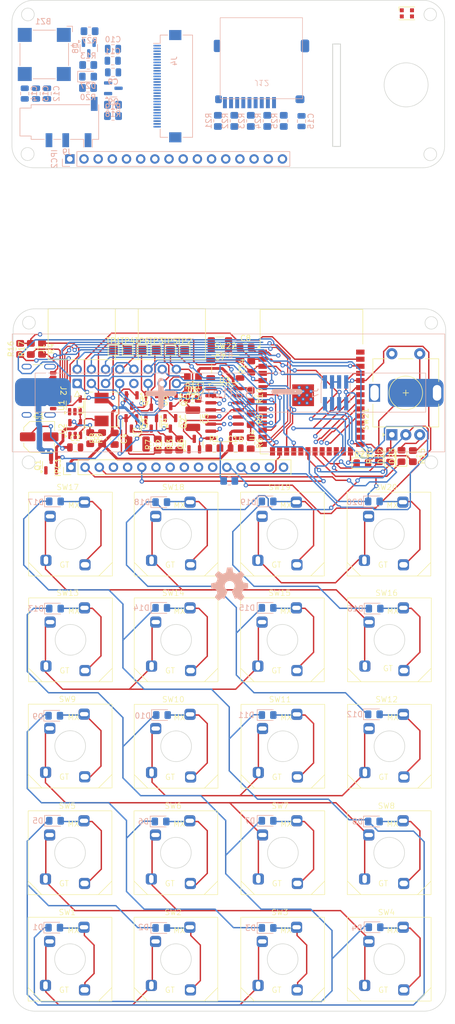
<source format=kicad_pcb>
(kicad_pcb (version 20240108) (generator "pcbnew") (generator_version "8.0")
  (layers (0 "F.Cu" signal) (31 "B.Cu" signal) (34 "B.Paste" user) (35 "F.Paste" user) (36 "B.SilkS" user "B.Silkscreen") (37 "F.SilkS" user "F.Silkscreen") (38 "B.Mask" user) (39 "F.Mask" user) (44 "Edge.Cuts" user))
  (net 0 "")
  (net 1 "GND")
  (net 2 "Net-(BZ1--)")
  (net 3 "VDD")
  (net 4 "Net-(BT1-+)")
  (net 5 "VBUS")
  (net 6 "IO_CK")
  (net 7 "Net-(Q2-D)")
  (net 8 "Net-(C14-Pad1)")
  (net 9 "Net-(J4-Pin_21)")
  (net 10 "IO_D")
  (net 11 "VDD_CART")
  (net 12 "Net-(J4-Pin_20)")
  (net 13 "/Front/VDD")
  (net 14 "CART_SENSE")
  (net 15 "Net-(J4-Pin_11)")
  (net 16 "/Front/LCD_RST")
  (net 17 "/Front/A_T")
  (net 18 "Net-(C12-Pad1)")
  (net 19 "/Front/A_R1")
  (net 20 "Net-(C13-Pad1)")
  (net 21 "IO_T")
  (net 22 "IO_OE")
  (net 23 "VDD_AON")
  (net 24 "/Front/A_R2")
  (net 25 "Net-(D1-A)")
  (net 26 "Net-(D2-A)")
  (net 27 "Net-(D3-A)")
  (net 28 "Net-(D4-A)")
  (net 29 "Net-(D5-A)")
  (net 30 "Net-(D6-A)")
  (net 31 "Net-(D7-A)")
  (net 32 "Net-(D8-A)")
  (net 33 "Net-(D9-A)")
  (net 34 "Net-(D10-A)")
  (net 35 "Net-(D11-A)")
  (net 36 "Net-(D12-A)")
  (net 37 "Net-(D13-A)")
  (net 38 "Net-(D14-A)")
  (net 39 "Net-(D15-A)")
  (net 40 "Net-(D16-A)")
  (net 41 "Net-(D17-A)")
  (net 42 "Net-(D18-A)")
  (net 43 "Net-(D19-A)")
  (net 44 "Net-(D20-A)")
  (net 45 "CART_FEED")
  (net 46 "#BAT_REQ")
  (net 47 "Net-(Q1-S)")
  (net 48 "#LOW_POWER_REQ")
  (net 49 "Net-(D21-A)")
  (net 50 "#B_OK")
  (net 51 "TX1")
  (net 52 "RX1")
  (net 53 "Net-(U1-PROG)")
  (net 54 "VBAT_MON")
  (net 56 "Net-(D22-A)")
  (net 57 "Net-(D23-A)")
  (net 58 "Net-(D25-K)")
  (net 59 "/Front/LED")
  (net 61 "Net-(J1-Pin_3)")
  (net 62 "Net-(J1-Pin_1)")
  (net 63 "Net-(J1-Pin_5)")
  (net 64 "Net-(J1-Pin_2)")
  (net 66 "Net-(J1-Pin_13)")
  (net 67 "Net-(J1-Pin_4)")
  (net 68 "Net-(J1-Pin_6)")
  (net 70 "Net-(J1-Pin_8)")
  (net 71 "Net-(J1-Pin_12)")
  (net 72 "Net-(J1-Pin_7)")
  (net 73 "Net-(J2-CC1)")
  (net 75 "Net-(J2-CC2)")
  (net 77 "USB-")
  (net 78 "USB+")
  (net 81 "/Front/LCD_DC")
  (net 82 "/Front/MISO")
  (net 85 "/Front/CK")
  (net 86 "/Front/MOSI")
  (net 87 "/Front/LCD_CS")
  (net 90 "/Main/RX")
  (net 91 "/Main/TX")
  (net 92 "RST")
  (net 93 "/Front/SD_CS")
  (net 94 "/Front/SD_DET")
  (net 96 "Net-(Q6-D)")
  (net 97 "Net-(Q7-S)")
  (net 98 "/Main/SD_DET")
  (net 99 "Net-(Q8-G)")
  (net 102 "Net-(Q9-G)")
  (net 104 "Net-(J12-DAT1)")
  (net 105 "/Front/BUZZER")
  (net 106 "/Main/MOSI")
  (net 107 "Net-(J12-DAT2)")
  (net 108 "/Main/SD_CS")
  (net 109 "/Main/A_IN")
  (net 110 "/Main/MISO")
  (net 111 "Net-(U2-LX)")
  (net 112 "/Main/CK")
  (net 113 "/Main/LCD_LED")
  (net 114 "/Main/LCD_CS")
  (net 115 "/Main/LCD_DC")
  (net 116 "/Main/STATUS_LED")
  (net 117 "Net-(U2-FB)")
  (net 118 "Net-(U3-QH)")
  (net 119 "Net-(U3-QG)")
  (net 120 "Net-(U3-QF)")
  (net 121 "Net-(U3-QE)")
  (net 122 "Net-(U3-QD)")
  (net 123 "Net-(U3-QC)")
  (net 125 "/Main/BUZ_DRIVE")
  (net 126 "/Front/LCD_LED")
  (footprint "Package_TO_SOT_SMD:TSOT-23-5" (layer "F.Cu") (at 11.0744 17.2212 90)
    (property "Reference" "U1")
    (property "Value" "LTC4054ES5-4.2")
  )
  (footprint "TestPoint:TestPoint_Pad_1.5x1.5mm" (layer "F.Cu") (at 20.5232 7.3152)
    (property "Reference" "TP4")
    (property "Value" "TP_VDD")
  )
  (footprint "Resistor_SMD:R_0805_2012Metric_Pad1.20x1.40mm_HandSolder" (layer "F.Cu") (at 25.908 24.2476 90)
    (property "Reference" "R7")
    (property "Value" "1M")
  )
  (footprint "footprints:Combo_MechanicalSwitch" (layer "F.Cu") (at 10.2 116.332)
    (property "Reference" "SW1")
    (property "Value" "SW_Push")
    (fp_circle (center 0 0) (end 2.75 0) (stroke (width 0.1)) (fill none) (layer "Edge.Cuts"))
  )
  (footprint "Resistor_SMD:R_0805_2012Metric_Pad1.20x1.40mm_HandSolder" (layer "F.Cu") (at 42.5704 15.5448 -90)
    (property "Reference" "R10")
    (property "Value" "100k")
  )
  (footprint "Package_SO:SOIC-16_3.9x9.9mm_P1.27mm" (layer "F.Cu") (at 37.8968 18.669)
    (property "Reference" "U3")
    (property "Value" "74HC595")
  )
  (footprint "TestPoint:TestPoint_Pad_1.5x1.5mm" (layer "F.Cu") (at 23.114 7.3152)
    (property "Reference" "TP6")
    (property "Value" "TP_AON")
  )
  (footprint "TestPoint:TestPoint_Pad_1.5x1.5mm" (layer "F.Cu") (at 17.9832 7.3152)
    (property "Reference" "TP1")
    (property "Value" "TP_VSS")
  )
  (footprint "Resistor_SMD:R_0805_2012Metric_Pad1.20x1.40mm_HandSolder" (layer "F.Cu") (at 3.175 7.128 90)
    (property "Reference" "R17")
    (property "Value" "5k6")
  )
  (footprint "Connector_PinHeader_2.54mm:PinHeader_1x16_P2.54mm_Vertical" (layer "F.Cu") (at 10.3632 28.2956 90)
    (property "Reference" "IPC1")
    (property "Value" "Conn_01x16_Pin")
  )
  (footprint "Resistor_SMD:R_0805_2012Metric_Pad1.20x1.40mm_HandSolder" (layer "F.Cu") (at 42.5704 19.685 -90)
    (property "Reference" "R5")
    (property "Value" "1M")
  )
  (footprint "Resistor_SMD:R_0805_2012Metric_Pad1.20x1.40mm_HandSolder" (layer "F.Cu") (at 41.656 6.858)
    (property "Reference" "C8")
    (property "Value" "100n")
  )
  (footprint "TestPoint:TestPoint_Pad_1.5x1.5mm" (layer "F.Cu") (at 25.654 7.3152)
    (property "Reference" "TP3")
    (property "Value" "TP_BAT")
  )
  (footprint "Connector_USB:USB_C_Receptacle_GCT_USB4105-xx-A_16P_TopMnt_Horizontal" (layer "F.Cu") (at 3.499 14.603 -90)
    (property "Reference" "J2")
    (property "Value" "USB_C_Receptacle_USB2.0_16P")
  )
  (footprint "Package_TO_SOT_SMD:SOT-23" (layer "F.Cu") (at 6.8224 27.9123 90)
    (property "Reference" "Q1")
    (property "Value" "AO3401A")
  )
  (footprint "footprints:Combo_MechanicalSwitch" (layer "F.Cu") (at 67.404 116.332)
    (property "Reference" "SW4")
    (property "Value" "SW_Push")
    (fp_circle (center 0 0) (end 2.75 0) (stroke (width 0.1)) (fill none) (layer "Edge.Cuts"))
  )
  (footprint "Package_TO_SOT_SMD:SOT-23-3" (layer "F.Cu") (at 24.765 16.4283 -90)
    (property "Reference" "U6")
    (property "Value" "XC6206PxxxMR")
  )
  (footprint "Diode_SMD:D_0805_2012Metric_Pad1.15x1.40mm_HandSolder" (layer "F.Cu") (at 69.596 26.2796 90)
    (property "Reference" "D23")
    (property "Value" "D")
  )
  (footprint "Diode_SMD:D_0805_2012Metric_Pad1.15x1.40mm_HandSolder" (layer "F.Cu") (at 62.5856 27.5844)
    (property "Reference" "D24")
    (property "Value" "D")
  )
  (footprint "footprints:Combo_MechanicalSwitch" (layer "F.Cu") (at 10.287 59.182)
    (property "Reference" "SW13")
    (property "Value" "SW_Push")
    (fp_circle (center 0 0) (end 2.75 0) (stroke (width 0.1)) (fill none) (layer "Edge.Cuts"))
  )
  (footprint "Package_TO_SOT_SMD:SOT-23" (layer "F.Cu") (at 21.1938 20.4447 -90)
    (property "Reference" "Q3")
    (property "Value" "AO3401A")
  )
  (footprint "Package_TO_SOT_SMD:SOT-23" (layer "F.Cu") (at 28.1788 20.4447 -90)
    (property "Reference" "Q2")
    (property "Value" "BSS138")
  )
  (footprint "footprints:Combo_MechanicalSwitch" (layer "F.Cu") (at 67.35 40.259)
    (property "Reference" "SW20")
    (property "Value" "SW_Push")
    (fp_circle (center 0 0) (end 2.75 0) (stroke (width 0.1)) (fill none) (layer "Edge.Cuts"))
  )
  (footprint "footprints:Combo_MechanicalSwitch" (layer "F.Cu") (at 48.3 116.332)
    (property "Reference" "SW3")
    (property "Value" "SW_Push")
    (fp_circle (center 0 0) (end 2.75 0) (stroke (width 0.1)) (fill none) (layer "Edge.Cuts"))
  )
  (footprint "Resistor_SMD:R_0805_2012Metric_Pad1.20x1.40mm_HandSolder" (layer "F.Cu") (at 32.2232 12.1412 180)
    (property "Reference" "R11")
    (property "Value" "100k")
  )
  (footprint "Resistor_SMD:R_1210_3225Metric_Pad1.30x2.65mm_HandSolder" (layer "F.Cu") (at 37.058 6.35 180)
    (property "Reference" "C7")
    (property "Value" "22u")
  )
  (footprint "footprints:Combo_MechanicalSwitch" (layer "F.Cu") (at 48.26 40.259)
    (property "Reference" "SW19")
    (property "Value" "SW_Push")
    (fp_circle (center 0 0) (end 2.75 0) (stroke (width 0.1)) (fill none) (layer "Edge.Cuts"))
  )
  (footprint "Inductor_SMD:L_Chilisin_BMRA00050530" (layer "F.Cu") (at 15.8496 17.9652 90)
    (property "Reference" "L1")
    (property "Value" "2u2")
  )
  (footprint "footprints:ESP32-S3-WROOM-1-Compact-Court" (layer "F.Cu") (at 53.467 12.954)
    (property "Reference" "U4")
    (property "Value" "ESP32-S3-WROOM-1")
  )
  (footprint "Resistor_SMD:R_0805_2012Metric_Pad1.20x1.40mm_HandSolder" (layer "F.Cu") (at 32.1724 16.0528)
    (property "Reference" "C6")
    (property "Value" "100n")
  )
  (footprint "Resistor_SMD:R_0805_2012Metric_Pad1.20x1.40mm_HandSolder" (layer "F.Cu") (at 1.27 7.128 90)
    (property "Reference" "R16")
    (property "Value" "5k6")
  )
  (footprint "footprints:Combo_MechanicalSwitch" (layer "F.Cu") (at 67.392 97.281)
    (property "Reference" "SW8")
    (property "Value" "SW_Push")
    (fp_circle (center 0 0) (end 2.75 0) (stroke (width 0.1)) (fill none) (layer "Edge.Cuts"))
  )
  (footprint "Resistor_SMD:R_0805_2012Metric_Pad1.20x1.40mm_HandSolder" (layer "F.Cu") (at 15.9512 23.098 90)
    (property "Reference" "R8")
    (property "Value" "220k")
  )
  (footprint "Package_TO_SOT_SMD:SOT-23" (layer "F.Cu") (at 28.255 16.426 -90)
    (property "Reference" "Q7")
    (property "Value" "AO3401A")
  )
  (footprint "LED_SMD:LED_WS2812B-2020_PLCC4_2.0x2.0mm" (layer "F.Cu") (at 70.561324 -52.926643)
    (property "Reference" "D26" (hide yes))
    (property "Value" "WS2812B-2020")
  )
  (footprint "footprints:Combo_MechanicalSwitch" (layer "F.Cu") (at 48.26 59.182)
    (property "Reference" "SW15")
    (property "Value" "SW_Push")
    (fp_circle (center 0 0) (end 2.75 0) (stroke (width 0.1)) (fill none) (layer "Edge.Cuts"))
  )
  (footprint "Capacitor_SMD:C_Elec_5x5.4" (layer "F.Cu") (at 4.6736 22.86)
    (property "Reference" "C1")
    (property "Value" "100u")
  )
  (footprint "Package_TO_SOT_SMD:SOT-23" (layer "F.Cu") (at 32.4612 24.1531 90)
    (property "Reference" "Q6")
    (property "Value" "BSS138")
  )
  (footprint "Capacitor_SMD:C_1210_3225Metric_Pad1.33x2.70mm_HandSolder" (layer "F.Cu") (at 22.2635 24.13)
    (property "Reference" "C3")
    (property "Value" "22u")
  )
  (footprint "Resistor_SMD:R_0805_2012Metric_Pad1.20x1.40mm_HandSolder" (layer "F.Cu") (at 65.532 26.3234 90)
    (property "Reference" "R12")
    (property "Value" "100k")
  )
  (footprint "Resistor_SMD:R_0805_2012Metric_Pad1.20x1.40mm_HandSolder" (layer "F.Cu") (at 71.628 26.3144 -90)
    (property "Reference" "R15")
    (property "Value" "100k")
  )
  (footprint "footprints:Combo_MechanicalSwitch" (layer "F.Cu") (at 29.21 78.231)
    (property "Reference" "SW10")
    (property "Value" "SW_Push")
    (fp_circle (center 0 0) (end 2.75 0) (stroke (width 0.1)) (fill none) (layer "Edge.Cuts"))
  )
  (footprint "footprints:Combo_MechanicalSwitch" (layer "F.Cu") (at 29.21 59.182)
    (property "Reference" "SW14")
    (property "Value" "SW_Push")
    (fp_circle (center 0 0) (end 2.75 0) (stroke (width 0.1)) (fill none) (layer "Edge.Cuts"))
  )
  (footprint "footprints:IDC-Header_2x08_P2.54mm_Horizontal" (layer "F.Cu") (at 11.4808 13.3096 90)
    (property "Reference" "J1")
    (property "Value" "Conn_02x08_Counter_Clockwise")
  )
  (footprint "Diode_SMD:D_0805_2012Metric_Pad1.15x1.40mm_HandSolder" (layer "F.Cu") (at 32.258 14.0716 180)
    (property "Reference" "D21")
    (property "Value" "D")
  )
  (footprint "Package_TO_SOT_SMD:SOT-23" (layer "F.Cu") (at 21.2485 16.3576 -90)
    (property "Reference" "Q5")
    (property "Value" "AO3401A")
  )
  (footprint "Diode_SMD:D_0805_2012Metric_Pad1.15x1.40mm_HandSolder" (layer "F.Cu") (at 67.564 26.3304 90)
    (property "Reference" "D22")
    (property "Value" "D")
  )
  (footprint "footprints:Combo_MechanicalSwitch" (layer "F.Cu") (at 48.342 78.231)
    (property "Reference" "SW11")
    (property "Value" "SW_Push")
    (fp_circle (center 0 0) (end 2.75 0) (stroke (width 0.1)) (fill none) (layer "Edge.Cuts"))
  )
  (footprint "Capacitor_SMD:C_0805_2012Metric_Pad1.18x1.45mm_HandSolder" (layer "F.Cu") (at 18.1864 23.1941 -90)
    (property "Reference" "C4")
    (property "Value" "22u")
  )
  (footprint "TestPoint:TestPoint_Pad_1.5x1.5mm" (layer "F.Cu") (at 30.734 7.366)
    (property "Reference" "TP2")
    (property "Value" "TP_VBAT")
  )
  (footprint "Resistor_SMD:R_1210_3225Metric_Pad1.30x2.65mm_HandSolder" (layer "F.Cu") (at 32.197 19.614 -90)
    (property "Reference" "C5")
    (property "Value" "22u")
  )
  (footprint "Resistor_SMD:R_0805_2012Metric_Pad1.20x1.40mm_HandSolder" (layer "F.Cu") (at 27.8384 24.2476 90)
    (property "Reference" "R2")
    (property "Value" "100k")
  )
  (footprint "footprints:Combo_MechanicalSwitch" (layer "F.Cu") (at 29.177 116.332)
    (property "Reference" "SW2")
    (property "Value" "SW_Push")
    (fp_circle (center 0 0) (end 2.75 0) (stroke (width 0.1)) (fill none) (layer "Edge.Cuts"))
  )
  (footprint "Capacitor_SMD:C_0805_2012Metric" (layer "F.Cu") (at 11.1252 24.7396)
    (property "Reference" "C2")
    (property "Value" "100n")
  )
  (footprint "footprints:RotaryEncoder_Alps_EC11E-Switch_Vertical_H20mm" (layer "F.Cu") (at 67.87 22.486 90)
    (property "Reference" "SW21")
    (property "Value" "Encoder")
  )
  (footprint "footprints:Combo_MechanicalSwitch" (layer "F.Cu") (at 67.437 59.182)
    (property "Reference" "SW16")
    (property "Value" "SW_Push")
    (fp_circle (center 0 0) (end 2.75 0) (stroke (width 0.1)) (fill none) (layer "Edge.Cuts"))
  )
  (footprint "Resistor_SMD:R_0805_2012Metric_Pad1.20x1.40mm_HandSolder" (layer "F.Cu") (at 5.1816 7.096 -90)
    (property "Reference" "R4")
    (property "Value" "2k")
  )
  (footprint "Package_TO_SOT_SMD:TSOT-23-5" (layer "F.Cu") (at 11.1252 21.463 90)
    (property "Reference" "U2")
    (property "Value" "STI3411A")
  )
  (footprint "footprints:Combo_MechanicalSwitch" (layer "F.Cu") (at 10.287 40.259)
    (property "Reference" "SW17")
    (property "Value" "SW_Push")
    (fp_circle (center 0 0) (end 2.75 0) (stroke (width 0.1)) (fill none) (layer "Edge.Cuts"))
  )
  (footprint "TestPoint:TestPoint_Pad_1.5x1.5mm" (layer "F.Cu") (at 28.194 7.366)
    (property "Reference" "TP5")
    (property "Value" "TP_VCART")
  )
  (footprint "footprints:Combo_MechanicalSwitch" (layer "F.Cu") (at 29.21 40.259)
    (property "Reference" "SW18")
    (property "Value" "SW_Push")
    (fp_circle (center 0 0) (end 2.75 0) (stroke (width 0.1)) (fill none) (layer "Edge.Cuts"))
  )
  (footprint "Resistor_SMD:R_0805_2012Metric_Pad1.20x1.40mm_HandSolder" (layer "F.Cu") (at 13.8176 23.098 -90)
    (property "Reference" "R9")
    (property "Value" "47k")
  )
  (footprint "Resistor_SMD:R_0805_2012Metric_Pad1.20x1.40mm_HandSolder" (layer "F.Cu") (at 36.068 24.892)
    (property "Reference" "R1")
    (property "Value" "33k")
  )
  (footprint "Resistor_SMD:R_0805_2012Metric_Pad1.20x1.40mm_HandSolder" (layer "F.Cu") (at 29.7688 24.2156 90)
    (property "Reference" "R3")
    (property "Value" "100k")
  )
  (footprint "footprints:Combo_MechanicalSwitch" (layer "F.Cu") (at 10.227 78.197)
    (property "Reference" "SW9")
    (property "Value" "SW_Push")
    (fp_circle (center 0 0) (end 2.75 0) (stroke (width 0.1)) (fill none) (layer "Edge.Cuts"))
  )
  (footprint "footprints:Combo_MechanicalSwitch" (layer "F.Cu") (at 67.437 78.232)
    (property "Reference" "SW12")
    (property "Value" "SW_Push")
    (fp_circle (center 0 0) (end 2.75 0) (stroke (width 0.1)) (fill none) (layer "Edge.Cuts"))
  )
  (footprint "footprints:Combo_MechanicalSwitch" (layer "F.Cu") (at 10.2 97.282)
    (property "Reference" "SW5")
    (property "Value" "SW_Push")
    (fp_circle (center 0 0) (end 2.75 0) (stroke (width 0.1)) (fill none) (layer "Edge.Cuts"))
  )
  (footprint "footprints:Combo_MechanicalSwitch" (layer "F.Cu") (at 48.342 97.281)
    (property "Reference" "SW7")
    (property "Value" "SW_Push")
    (fp_circle (center 0 0) (end 2.75 0) (stroke (width 0.1)) (fill none) (layer "Edge.Cuts"))
  )
  (footprint "footprints:Combo_MechanicalSwitch" (layer "F.Cu") (at 29.165 97.281)
    (property "Reference" "SW6")
    (property "Value" "SW_Push")
    (fp_circle (center 0 0) (end 2.75 0) (stroke (width 0.1)) (fill none) (layer "Edge.Cuts"))
  )
  (footprint "Resistor_SMD:R_0805_2012Metric_Pad1.20x1.40mm_HandSolder" (layer "F.Cu") (at 42.5704 24.003 -90)
    (property "Reference" "R6")
    (property "Value" "1M")
  )
  (footprint "Package_TO_SOT_SMD:SOT-23" (layer "F.Cu") (at 24.7498 20.4447 -90)
    (property "Reference" "Q4")
    (property "Value" "AO3401A")
  )
  (footprint "Resistor_SMD:R_0805_2012Metric_Pad1.20x1.40mm_HandSolder" (layer "F.Cu") (at 42.672 10.287 90)
    (property "Reference" "R14")
    (property "Value" "100k")
  )
  (footprint "Resistor_SMD:R_0805_2012Metric" (layer "F.Cu") (at 39.8799 24.892)
    (property "Reference" "C16")
    (property "Value" "1u")
  )
  (footprint "Button_Switch_SMD:SW_SPST_PTS647_Sx38" (layer "F.Cu") (at 38.0326 10.7188)
    (property "Reference" "SW22")
    (property "Value" "RST")
  )
  (footprint "Diode_SMD:D_0805_2012Metric_Pad1.15x1.40mm_HandSolder" (layer "B.Cu") (at 7.374 110.692)
    (property "Reference" "D1")
    (property "Value" "D")
  )
  (footprint "Resistor_SMD:R_0805_2012Metric_Pad1.20x1.40mm_HandSolder" (layer "B.Cu") (at 48.494669 -33.684383 -90)
    (property "Reference" "R25")
    (property "Value" "47k")
  )
  (footprint "Resistor_SMD:R_0805_2012Metric_Pad1.20x1.40mm_HandSolder" (layer "B.Cu") (at 38.735 30.734)
    (property "Reference" "D25" (hide yes))
    (property "Value" "BAT_REV")
  )
  (footprint "Capacitor_SMD:C_0805_2012Metric" (layer "B.Cu") (at 4.1148 -38.5724 90)
    (property "Reference" "C13")
    (property "Value" "1u")
  )
  (footprint "Connector_PinSocket_2.54mm:PinSocket_1x16_P2.54mm_Vertical" (layer "B.Cu") (at 10.160001 -26.869689 -90)
    (property "Reference" "IPC2")
    (property "Value" "Conn_01x16_Socket")
  )
  (footprint "Package_TO_SOT_SMD:SOT-23" (layer "B.Cu") (at 13.5628 -46.7129 -90)
    (property "Reference" "Q8")
    (property "Value" "BSS138")
  )
  (footprint "Buzzer_Beeper:MagneticBuzzer_CUI_CMT-8504-100-SMT" (layer "B.Cu") (at 5.5828 -45.5728 180)
    (property "Reference" "BZ1")
    (property "Value" "Buzzer")
  )
  (footprint "Diode_SMD:D_0805_2012Metric_Pad1.15x1.40mm_HandSolder" (layer "B.Cu") (at 64.77 110.617)
    (property "Reference" "D4")
    (property "Value" "D")
  )
  (footprint "Diode_SMD:D_0805_2012Metric_Pad1.15x1.40mm_HandSolder" (layer "B.Cu") (at 64.652 34.417)
    (property "Reference" "D20")
    (property "Value" "D")
  )
  (footprint "Diode_SMD:D_0805_2012Metric_Pad1.15x1.40mm_HandSolder" (layer "B.Cu") (at 7.502 91.567)
    (property "Reference" "D5")
    (property "Value" "D")
  )
  (footprint "Diode_SMD:D_0805_2012Metric_Pad1.15x1.40mm_HandSolder" (layer "B.Cu") (at 7.375 72.771)
    (property "Reference" "D9")
    (property "Value" "D")
  )
  (footprint "Diode_SMD:D_0805_2012Metric_Pad1.15x1.40mm_HandSolder" (layer "B.Cu") (at 64.652 72.517)
    (property "Reference" "D12")
    (property "Value" "D")
  )
  (footprint "Resistor_SMD:R_0805_2012Metric_Pad1.20x1.40mm_HandSolder" (layer "B.Cu") (at 45.544669 -33.684383 -90)
    (property "Reference" "R24")
    (property "Value" "47k")
  )
  (footprint "Diode_SMD:D_0805_2012Metric_Pad1.15x1.40mm_HandSolder" (layer "B.Cu") (at 26.552 34.544)
    (property "Reference" "D18")
    (property "Value" "D")
  )
  (footprint "footprints:LiIon18650" (layer "B.Cu") (at 77.343 4.445 180)
    (property "Reference" "BT1")
    (property "Value" "Battery")
  )
  (footprint "Resistor_SMD:R_0805_2012Metric_Pad1.20x1.40mm_HandSolder" (layer "B.Cu") (at 17.8976 -36.576)
    (property "Reference" "R18")
    (property "Value" "100k")
  )
  (footprint "Resistor_SMD:R_0805_2012Metric_Pad1.20x1.40mm_HandSolder" (layer "B.Cu") (at 13.4272 -39.5732)
    (property "Reference" "R20")
    (property "Value" "1k")
  )
  (footprint "Connector_PinHeader_1.27mm:PinHeader_2x04_P1.27mm_Vertical_SMD" (layer "B.Cu") (at 57.785 14.986 -90)
    (property "Reference" "J7")
    (property "Value" "PROG")
  )
  (footprint "Capacitor_SMD:C_0805_2012Metric" (layer "B.Cu") (at 51.680669 -33.639383 90)
    (property "Reference" "C15")
    (property "Value" "10u")
  )
  (footprint "Resistor_SMD:R_0805_2012Metric_Pad1.20x1.40mm_HandSolder" (layer "B.Cu") (at 36.694669 -33.684383 -90)
    (property "Reference" "R21")
    (property "Value" "47k")
  )
  (footprint "Resistor_SMD:R_0805_2012Metric_Pad1.20x1.40mm_HandSolder" (layer "B.Cu") (at 17.8976 -34.544 180)
    (property "Reference" "R19")
    (property "Value" "100")
  )
  (footprint "Diode_SMD:D_0805_2012Metric_Pad1.15x1.40mm_HandSolder" (layer "B.Cu") (at 26.679 72.644)
    (property "Reference" "D10")
    (property "Value" "D")
  )
  (footprint "Symbol:OSHW-Symbol_6.7x6mm_SilkScreen" (layer "B.Cu") (at 38.8112 49.2252 180)
    (property "Reference" "N1" (hide yes))
    (property "Value" "Housing" (hide yes))
  )
  (footprint "Diode_SMD:D_0805_2012Metric_Pad1.15x1.40mm_HandSolder" (layer "B.Cu") (at 13.437 -41.6052)
    (property "Reference" "D27")
    (property "Value" "D")
  )
  (footprint "Capacitor_SMD:C_0805_2012Metric" (layer "B.Cu") (at 17.8968 -46.5836 180)
    (property "Reference" "C10")
    (property "Value" "1u")
  )
  (footprint "Diode_SMD:D_0805_2012Metric_Pad1.15x1.40mm_HandSolder" (layer "B.Cu") (at 64.779 53.594)
    (property "Reference" "D16")
    (property "Value" "D")
  )
  (footprint "Diode_SMD:D_0805_2012Metric_Pad1.15x1.40mm_HandSolder" (layer "B.Cu") (at 26.425 91.694)
    (property "Reference" "D6")
    (property "Value" "D")
  )
  (footprint "Diode_SMD:D_0805_2012Metric_Pad1.15x1.40mm_HandSolder" (layer "B.Cu") (at 45.602 72.644)
    (property "Reference" "D11")
    (property "Value" "D")
  )
  (footprint "Diode_SMD:D_0805_2012Metric_Pad1.15x1.40mm_HandSolder" (layer "B.Cu") (at 7.502 53.594)
    (property "Reference" "D13")
    (property "Value" "D")
  )
  (footprint "Capacitor_SMD:C_0805_2012Metric" (layer "B.Cu") (at 17.9172 -42.3672)
    (property "Reference" "C9")
    (property "Value" "1u")
  )
  (footprint "Capacitor_SMD:C_0805_2012Metric" (layer "B.Cu") (at 17.846 -44.45 180)
    (property "Reference" "C11")
    (property "Value" "100n")
  )
  (footprint "footprints:microSD_Short_1" (layer "B.Cu") (at 44.554 -43.5996)
    (property "Reference" "J12")
    (property "Value" "Micro_SD_Card_Det2")
  )
  (footprint "Diode_SMD:D_0805_2012Metric_Pad1.15x1.40mm_HandSolder" (layer "B.Cu") (at 64.652 91.694)
    (property "Reference" "D8")
    (property "Value" "D")
  )
  (footprint "Package_TO_SOT_SMD:SOT-23" (layer "B.Cu") (at 17.9601 -39.5224)
    (property "Reference" "Q9")
    (property "Value" "BSS138")
  )
  (footprint "Resistor_SMD:R_0805_2012Metric_Pad1.20x1.40mm_HandSolder" (layer "B.Cu") (at 39.644669 -33.684383 -90)
    (property "Reference" "R22")
    (property "Value" "47k")
  )
  (footprint "Capacitor_SMD:C_0805_2012Metric" (layer "B.Cu") (at 2.0828 -38.5724 90)
    (property "Reference" "C14")
    (property "Value" "1u")
  )
  (footprint "Diode_SMD:D_0805_2012Metric_Pad1.15x1.40mm_HandSolder" (layer "B.Cu") (at 26.552 110.744)
    (property "Reference" "D2")
    (property "Value" "D")
  )
  (footprint "Diode_SMD:D_0805_2012Metric_Pad1.15x1.40mm_HandSolder" (layer "B.Cu") (at 45.602 34.417)
    (property "Reference" "D19")
    (property "Value" "D")
  )
  (footprint "Resistor_SMD:R_0805_2012Metric_Pad1.20x1.40mm_HandSolder" (layer "B.Cu") (at 13.7 -49.7332)
    (property "Reference" "R27")
    (property "Value" "10k")
  )
  (footprint "Resistor_SMD:R_0805_2012Metric_Pad1.20x1.40mm_HandSolder" (layer "B.Cu") (at 13.462 -43.688 180)
    (property "Reference" "R13")
    (property "Value" "10k")
  )
  (footprint "Diode_SMD:D_0805_2012Metric_Pad1.15x1.40mm_HandSolder" (layer "B.Cu") (at 26.552 53.467)
    (property "Reference" "D14")
    (property "Value" "D")
  )
  (footprint "Diode_SMD:D_0805_2012Metric_Pad1.15x1.40mm_HandSolder" (layer "B.Cu") (at 7.502 34.417)
    (property "Reference" "D17")
    (property "Value" "D")
  )
  (footprint "Diode_SMD:D_0805_2012Metric_Pad1.15x1.40mm_HandSolder" (layer "B.Cu") (at 45.602 53.467)
    (property "Reference" "D15")
    (property "Value" "D")
  )
  (footprint "Connector_FFC-FPC:Hirose_FH12-30S-0.5SH_1x30-1MP_P0.50mm_Horizontal" (layer "B.Cu") (at 27.6564 -39.8952 -90)
    (property "Reference" "J4")
    (property "Value" "LCD_socket")
  )
  (footprint "Capacitor_SMD:C_0805_2012Metric" (layer "B.Cu") (at 6.096 -38.5724 90)
    (property "Reference" "C12")
    (property "Value" "1u")
  )
  (footprint "Diode_SMD:D_0805_2012Metric_Pad1.15x1.40mm_HandSolder" (layer "B.Cu") (at 45.602 91.567)
    (property "Reference" "D7")
    (property "Value" "D")
  )
  (footprint "Diode_SMD:D_0805_2012Metric_Pad1.15x1.40mm_HandSolder" (layer "B.Cu") (at 45.602 110.744)
    (property "Reference" "D3")
    (property "Value" "D")
  )
  (footprint "Resistor_SMD:R_0805_2012Metric_Pad1.20x1.40mm_HandSolder" (layer "B.Cu") (at 42.594669 -33.684383 -90)
    (property "Reference" "R23")
    (property "Value" "47k")
  )
  (footprint "footprints:Jack_3.5mm_PJ320D_Horizontal" (layer "B.Cu") (at 9.6038 -33.4784)
    (property "Reference" "J9")
    (property "Value" "AudioJack4")
  )
  (gr_circle (center 2.646293 -52.728643) (end 3.243385 -51.752643) (stroke (width 0.1)) (fill none) (layer "Edge.Cuts"))
  (gr_circle (center 2.593911 -27.75254) (end 3.436693 -26.949062) (stroke (width 0.1)) (fill none) (layer "Edge.Cuts"))
  (gr_line (start 0.019723 121.775446) (end 0 3.81) (stroke (width 0.1)) (layer "Edge.Cuts"))
  (gr_arc (start 77.317601 -29.159197) (mid 76.18626 -26.427985) (end 73.455047 -25.296643) (stroke (width 0.1)) (layer "Edge.Cuts"))
  (gr_line (start 73.679723 125.638) (end 3.882277 125.638) (stroke (width 0.1)) (layer "Edge.Cuts"))
  (gr_line (start 73.455047 -55.268643) (end 3.657601 -55.268643) (stroke (width 0.1)) (layer "Edge.Cuts"))
  (gr_arc (start 3.657601 -25.296643) (mid 0.926361 -26.427958) (end -0.204953 -29.159197) (stroke (width 0.1)) (layer "Edge.Cuts"))
  (gr_rect (start 57.265378 -47.4472) (end 58.662378 -29.1084) (stroke (width 0.15)) (fill none) (layer "Edge.Cuts"))
  (gr_line (start 73.66 -0.052554) (end 3.862554 -0.052554) (stroke (width 0.1)) (layer "Edge.Cuts"))
  (gr_circle (center 2.834254 2.42837) (end 3.431346 3.40437) (stroke (width 0.1)) (fill none) (layer "Edge.Cuts"))
  (gr_arc (start 73.455047 -55.268643) (mid 76.186303 -54.137336) (end 77.317601 -51.406089) (stroke (width 0.1)) (layer "Edge.Cuts"))
  (gr_circle (center 74.933935 27.416216) (end 75.739935 28.234216) (stroke (width 0.1)) (fill none) (layer "Edge.Cuts"))
  (gr_circle (center 70.423498 -40.132) (end 73.152 -37.2872) (stroke (width 0.1)) (fill none) (layer "Edge.Cuts"))
  (gr_arc (start 77.542277 121.775446) (mid 76.410946 124.506663) (end 73.679723 125.638) (stroke (width 0.1)) (layer "Edge.Cuts"))
  (gr_line (start 77.317601 -51.406089) (end 77.317601 -29.159197) (stroke (width 0.1)) (layer "Edge.Cuts"))
  (gr_circle (center 74.744788 -52.728643) (end 75.300788 -51.752643) (stroke (width 0.1)) (fill none) (layer "Edge.Cuts"))
  (gr_arc (start 0 3.81) (mid 1.131316 1.078762) (end 3.862554 -0.052554) (stroke (width 0.1)) (layer "Edge.Cuts"))
  (gr_arc (start 73.66 -0.052554) (mid 76.391238 1.078762) (end 77.522554 3.81) (stroke (width 0.1)) (layer "Edge.Cuts"))
  (gr_circle (center 74.936659 2.45863) (end 75.492659 3.43463) (stroke (width 0.1)) (fill none) (layer "Edge.Cuts"))
  (gr_line (start 73.455047 -25.296643) (end 3.657601 -25.296643) (stroke (width 0.1)) (layer "Edge.Cuts"))
  (gr_line (start 77.522554 3.81) (end 77.542277 121.775446) (stroke (width 0.1)) (layer "Edge.Cuts"))
  (gr_circle (center 2.785962 27.412757) (end 3.628744 28.216235) (stroke (width 0.1)) (fill none) (layer "Edge.Cuts"))
  (gr_arc (start -0.204953 -51.406089) (mid 0.926363 -54.137327) (end 3.657601 -55.268643) (stroke (width 0.1)) (layer "Edge.Cuts"))
  (gr_arc (start 3.882277 125.638) (mid 1.151039 124.506684) (end 0.019723 121.775446) (stroke (width 0.1)) (layer "Edge.Cuts"))
  (gr_line (start -0.204953 -51.406089) (end -0.204953 -29.159197) (stroke (width 0.1)) (layer "Edge.Cuts"))
  (gr_circle (center 74.751324 -27.709643) (end 75.557324 -26.891643) (stroke (width 0.1)) (fill none) (layer "Edge.Cuts"))
  (segment (start 4.0132 4.5212) (end 4.826 4.5212) (width 0.25) (layer "F.Cu") (net 1))
  (segment (start 7.200726 11.403) (end 7.979 10.624726) (width 0.25) (layer "F.Cu") (net 1))
  (segment (start 44.717 7.694) (end 43.492 7.694) (width 0.25) (layer "F.Cu") (net 1))
  (segment (start 3.175 5.3594) (end 4.0132 4.5212) (width 0.25) (layer "F.Cu") (net 1))
  (segment (start 33.4112 23.601349) (end 33.6804 23.332149) (width 0.25) (layer "F.Cu") (net 1))
  (segment (start 6.892863 8.855137) (end 6.943663 8.855137) (width 0.25) (layer "F.Cu") (net 1))
  (segment (start 3.175 6.128) (end 3.175 5.3594) (width 0.25) (layer "F.Cu") (net 1))
  (segment (start 45.717 7.694) (end 44.717 7.694) (width 0.25) (layer "F.Cu") (net 1))
  (segment (start 47.522465 8.292215) (end 46.315215 8.292215) (width 0.25) (layer "F.Cu") (net 1))
  (segment (start 43.492 7.694) (end 42.656 6.858) (width 0.25) (layer "F.Cu") (net 1))
  (segment (start 35.4218 23.114) (end 33.898549 23.114) (width 0.25) (layer "F.Cu") (net 1))
  (segment (start 6.892863 8.855137) (end 6.133726 8.096) (width 0.25) (layer "F.Cu") (net 1))
  (segment (start 7.979 10.624726) (end 7.979 9.941274) (width 0.25) (layer "F.Cu") (net 1))
  (segment (start 7.179 11.403) (end 7.200726 11.403) (width 0.25) (layer "F.Cu") (net 1))
  (segment (start 33.4112 25.0906) (end 33.4112 23.601349) (width 0.25) (layer "F.Cu") (net 1))
  (segment (start 33.898549 23.114) (end 33.6804 23.332149) (width 0.25) (layer "F.Cu") (net 1))
  (segment (start 33.6804 23.332149) (end 33.6804 22.6474) (width 0.25) (layer "F.Cu") (net 1))
  (segment (start 6.943663 8.855137) (end 7.5184 8.2804) (width 0.25) (layer "F.Cu") (net 1))
  (segment (start 7.979 9.941274) (end 6.892863 8.855137) (width 0.25) (layer "F.Cu") (net 1))
  (segment (start 6.133726 8.096) (end 5.1816 8.096) (width 0.25) (layer "F.Cu") (net 1))
  (segment (start 33.6804 22.6474) (end 32.197 21.164) (width 0.25) (layer "F.Cu") (net 1))
  (segment (start 46.315215 8.292215) (end 45.717 7.694) (width 0.25) (layer "F.Cu") (net 1))
  (segment (start 3.175 6.128) (end 1.27 6.128) (width 0.25) (layer "F.Cu") (net 1))
  (via (at 47.522465 8.292215) (size 0.8) (drill 0.4) (layers "F.Cu" "B.Cu") (net 1))
  (via (at 33.6804 23.332149) (size 0.8) (drill 0.4) (layers "F.Cu" "B.Cu") (net 1))
  (via (at 4.826 4.5212) (size 0.8) (drill 0.4) (layers "F.Cu" "B.Cu") (net 1))
  (via (at 7.5184 8.2804) (size 0.8) (drill 0.4) (layers "F.Cu" "B.Cu") (net 1))
  (segment (start 8.5852 8.2804) (end 8.774337 8.091263) (width 0.25) (layer "B.Cu") (net 1))
  (segment (start 10.0584 5.9436) (end 8.774337 7.227663) (width 0.25) (layer "B.Cu") (net 1))
  (segment (start 8.774337 8.091263) (end 11.27964 8.091263) (width 0.25) (layer "B.Cu") (net 1))
  (segment (start 44.724863 5.9436) (end 10.0584 5.9436) (width 0.25) (layer "B.Cu") (net 1))
  (segment (start 44.875 7.283) (end 45.884215 8.292215) (width 0.25) (layer "B.Cu") (net 1))
  (segment (start 45.884215 8.292215) (end 47.522465 8.292215) (width 0.25) (layer "B.Cu") (net 1))
  (segment (start 8.774337 7.227663) (end 8.774337 8.091263) (width 0.25) (layer "B.Cu") (net 1))
  (segment (start 12.087903 7.283) (end 44.875 7.283) (width 0.25) (layer "B.Cu") (net 1))
  (segment (start 57.15 13.036) (end 58.42 13.036) (width 0.25) (layer "B.Cu") (net 1))
  (segment (start 7.5184 8.2804) (end 8.5852 8.2804) (width 0.25) (layer "B.Cu") (net 1))
  (segment (start 57.15 16.936) (end 57.15 13.036) (width 0.25) (layer "B.Cu") (net 1))
  (segment (start 11.27964 8.091263) (end 12.087903 7.283) (width 0.25) (layer "B.Cu") (net 1))
  (segment (start 39.276 21.844) (end 40.3718 21.844) (width 0.5) (layer "F.Cu") (net 3))
  (segment (start 18.1536 22.0222) (end 18.1864 22.055) (width 0.5) (layer "F.Cu") (net 3))
  (segment (start 33.2232 10.922) (end 33.2232 12.1412) (width 0.5) (layer "F.Cu") (net 3))
  (segment (start 40.3718 14.224) (end 42.2496 14.224) (width 0.5) (layer "F.Cu") (net 3))
  (segment (start 20.2985 16.1759) (end 19.648899 16.825501) (width 0.5) (layer "F.Cu") (net 3))
  (segment (start 15.9512 24.098) (end 15.9512 24.3332) (width 0.5) (layer "F.Cu") (net 3))
  (segment (start 17.1032 6.0452) (end 15.2908 7.8576) (width 0.25) (layer "F.Cu") (net 3))
  (segment (start 37.4904 10.6172) (end 33.528 10.6172) (width 0.5) (layer "F.Cu") (net 3))
  (segment (start 23.7998 20.6502) (end 23.4188 21.0312) (width 0.5) (layer "F.Cu") (net 3))
  (segment (start 10.3632 27.2796) (end 10.3632 28.2956) (width 0.5) (layer "F.Cu") (net 3))
  (segment (start 20.2985 15.4201) (end 20.2985 16.1759) (width 0.5) (layer "F.Cu") (net 3))
  (segment (start 23.7998 19.5072) (end 23.7998 20.6502) (width 0.5) (layer "F.Cu") (net 3))
  (segment (start 20.4282 7.257) (end 19.2164 6.0452) (width 0.25) (layer "F.Cu") (net 3))
  (segment (start 18.6756 26.8224) (end 37.037 26.8224) (width 0.5) (layer "F.Cu") (net 3))
  (segment (start 33.528 10.6172) (end 33.2232 10.922) (width 0.5) (layer "F.Cu") (net 3))
  (segment (start 16.2888 15.73) (end 18.1864 17.6276) (width 0.5) (layer "F.Cu") (net 3))
  (segment (start 39.4326 12.5594) (end 37.4904 10.6172) (width 0.5) (layer "F.Cu") (net 3))
  (segment (start 18.1864 18.0668) (end 18.1864 17.5322) (width 0.5) (layer "F.Cu") (net 3))
  (segment (start 15.8496 15.73) (end 16.2888 15.73) (width 0.5) (layer "F.Cu") (net 3))
  (segment (start 42.2496 14.224) (end 42.5704 14.5448) (width 0.5) (layer "F.Cu") (net 3))
  (segment (start 37.037 26.8224) (end 38.9674 24.892) (width 0.5) (layer "F.Cu") (net 3))
  (segment (start 15.9512 24.3332) (end 13.462 26.8224) (width 0.5) (layer "F.Cu") (net 3))
  (segment (start 39.6748 14.224) (end 40.3718 14.224) (width 0.5) (layer "F.Cu") (net 3))
  (segment (start 18.1864 17.6276) (end 18.1864 18.0668) (width 0.5) (layer "F.Cu") (net 3))
  (segment (start 19.2164 6.0452) (end 17.1032 6.0452) (width 0.25) (layer "F.Cu") (net 3))
  (segment (start 40.3718 14.224) (end 39.4326 13.2848) (width 0.5) (layer "F.Cu") (net 3))
  (segment (start 18.1864 22.055) (end 17.9942 22.055) (width 0.5) (layer "F.Cu") (net 3))
  (segment (start 17.78 18.4732) (end 17.78 21.6486) (width 0.5) (layer "F.Cu") (net 3))
  (segment (start 20.5232 7.3152) (end 20.4658 7.3726) (width 0.5) (layer "F.Cu") (net 3))
  (segment (start 38.9674 22.1526) (end 39.276 21.844) (width 0.5) (layer "F.Cu") (net 3))
  (segment (start 17.78 21.6486) (end 18.1864 22.055) (width 0.5) (layer "F.Cu") (net 3))
  (segment (start 15.9512 24.098) (end 18.6756 26.8224) (width 0.5) (layer "F.Cu") (net 3))
  (segment (start 38.9674 24.892) (end 38.9674 22.1526) (width 0.5) (layer "F.Cu") (net 3))
  (segment (start 10.8204 26.8224) (end 10.3632 27.2796) (width 0.5) (layer "F.Cu") (net 3))
  (segment (start 15.2908 7.8576) (end 15.2908 15.3932) (width 0.25) (layer "F.Cu") (net 3))
  (segment (start 39.4326 13.2848) (end 39.4326 12.5594) (width 0.5) (layer "F.Cu") (net 3))
  (segment (start 15.2908 15.3932) (end 15.7546 15.857) (width 0.25) (layer "F.Cu") (net 3))
  (segment (start 17.9942 22.055) (end 15.9512 24.098) (width 0.5) (layer "F.Cu") (net 3))
  (segment (start 20.4658 15.2528) (end 20.2985 15.4201) (width 0.5) (layer "F.Cu") (net 3))
  (segment (start 18.1864 18.0668) (end 17.78 18.4732) (width 0.5) (layer "F.Cu") (net 3))
  (segment (start 13.462 26.8224) (end 10.8204 26.8224) (width 0.5) (layer "F.Cu") (net 3))
  (via (at 19.648899 16.825501) (size 0.8) (drill 0.4) (layers "F.Cu" "B.Cu") (net 3))
  (via (at 23.4188 21.0312) (size 0.8) (drill 0.4) (layers "F.Cu" "B.Cu") (net 3))
  (via (at 18.1864 17.6276) (size 0.8) (drill 0.4) (layers "F.Cu" "B.Cu") (net 3))
  (segment (start 20.066 17.6276) (end 23.4188 20.9804) (width 0.5) (layer "B.Cu") (net 3))
  (segment (start 19.648899 16.825501) (end 19.6596 16.836202) (width 0.5) (layer "B.Cu") (net 3))
  (segment (start 19.6596 17.6276) (end 20.066 17.6276) (width 0.5) (layer "B.Cu") (net 3))
  (segment (start 19.6596 16.836202) (end 19.6596 17.6276) (width 0.5) (layer "B.Cu") (net 3))
  (segment (start 18.1864 17.6276) (end 19.6596 17.6276) (width 0.5) (layer "B.Cu") (net 3))
  (segment (start 23.4188 20.9804) (end 23.4188 21.0312) (width 0.5) (layer "B.Cu") (net 3))
  (segment (start 6.8072 25.4) (end 6.8072 26.9596) (width 0.75) (layer "F.Cu") (net 4))
  (segment (start 5.8928 25.4) (end 6.8072 25.4) (width 1) (layer "F.Cu") (net 4))
  (segment (start 6.8224 25.4152) (end 6.8072 25.4) (width 0.25) (layer "F.Cu") (net 4))
  (via (at 5.8928 25.4) (size 0.8) (drill 0.4) (layers "F.Cu" "B.Cu") (net 4))
  (via (at 6.8072 25.4) (size 0.8) (drill 0.4) (layers "F.Cu" "B.Cu") (net 4))
  (segment (start 4.572 15.621) (end 4.572 20.6248) (width 1) (layer "B.Cu") (net 4))
  (segment (start 4.572 20.6248) (end 4.7244 20.7772) (width 1) (layer "B.Cu") (net 4))
  (segment (start 5.2832 25.4) (end 6.8072 25.4) (width 1) (layer "B.Cu") (net 4))
  (segment (start 5.334 14.859) (end 4.572 15.621) (width 1) (layer "B.Cu") (net 4))
  (segment (start 4.7244 24.8412) (end 5.2832 25.4) (width 1) (layer "B.Cu") (net 4))
  (segment (start 4.7244 20.7772) (end 4.7244 24.8412) (width 1) (layer "B.Cu") (net 4))
  (segment (start 4.4907 20.9804) (end 6.7564 20.9804) (width 0.25) (layer "F.Cu") (net 5))
  (segment (start 17.9258 7.3726) (end 17.9258 15.8054) (width 0.25) (layer "F.Cu") (net 5))
  (segment (start 17.9258 15.8054) (end 17.8816 15.8496) (width 0.25) (layer "F.Cu") (net 5))
  (segment (start 6.476236 16.793) (end 5.4574 16.793) (width 0.25) (layer "F.Cu") (net 5))
  (segment (start 6.686236 17.003) (end 6.476236 16.793) (width 0.25) (layer "F.Cu") (net 5))
  (segment (start 13.5636 15.8496) (end 13.3295 16.0837) (width 0.25) (layer "F.Cu") (net 5))
  (segment (start 9.0782 17.003) (end 9.2964 17.2212) (width 0.25) (layer "F.Cu") (net 5))
  (segment (start 4.4704 17.78) (end 4.4704 21.0007) (width 0.25) (layer "F.Cu") (net 5))
  (segment (start 10.1752 24.7396) (end 9.0424 24.7396) (width 0.5) (layer "F.Cu") (net 5))
  (segment (start 9.2964 17.2212) (end 10.6638 17.2212) (width 0.25) (layer "F.Cu") (net 5))
  (segment (start 4.2164 21.2547) (end 4.4907 20.9804) (width 0.25) (layer "F.Cu") (net 5))
  (segment (start 5.3848 16.0528) (end 6.125 16.793) (width 0.25) (layer "F.Cu") (net 5))
  (segment (start 6.686236 12.203) (end 5.3848 13.504436) (width 0.25) (layer "F.Cu") (net 5))
  (segment (start 5.4574 16.793) (end 4.4704 17.78) (width 0.25) (layer "F.Cu") (net 5))
  (segment (start 6.125 16.793) (end 6.476236 16.793) (width 0.25) (layer "F.Cu") (net 5))
  (segment (start 4.2164 21.2547) (end 2.6111 22.86) (width 0.25) (layer "F.Cu") (net 5))
  (segment (start 17.9832 7.3152) (end 17.9258 7.3726) (width 0.25) (layer "F.Cu") (net 5))
  (segment (start 5.3848 13.504436) (end 5.3848 16.0528) (width 0.25) (layer "F.Cu") (net 5))
  (segment (start 9.0424 24.7396) (end 8.8392 24.9428) (width 0.5) (layer "F.Cu") (net 5))
  (segment (start 7.179 17.003) (end 9.0782 17.003) (width 0.25) (layer "F.Cu") (net 5))
  (segment (start 4.4704 21.0007) (end 4.2164 21.2547) (width 0.25) (layer "F.Cu") (net 5))
  (segment (start 6.686236 17.003) (end 7.179 17.003) (width 0.25) (layer "F.Cu") (net 5))
  (segment (start 7.179 12.203) (end 6.686236 12.203) (width 0.25) (layer "F.Cu") (net 5))
  (segment (start 13.3295 16.0837) (end 12.0244 16.0837) (width 0.25) (layer "F.Cu") (net 5))
  (segment (start 10.6638 17.2212) (end 11.872 16.013) (width 0.25) (layer "F.Cu") (net 5))
  (via (at 17.8816 15.8496) (size 0.8) (drill 0.4) (layers "F.Cu" "B.Cu") (net 5))
  (via (at 8.8392 24.9428) (size 0.8) (drill 0.4) (layers "F.Cu" "B.Cu") (net 5))
  (via (at 13.5636 15.8496) (size 0.8) (drill 0.4) (layers "F.Cu" "B.Cu") (net 5))
  (via (at 6.7564 20.9804) (size 0.8) (drill 0.4) (layers "F.Cu" "B.Cu") (net 5))
  (segment (start 17.8816 15.8496) (end 13.5636 15.8496) (width 0.25) (layer "B.Cu") (net 5))
  (segment (start 6.7564 22.86) (end 6.7564 20.9804) (width 0.25) (layer "B.Cu") (net 5))
  (segment (start 8.8392 24.9428) (end 6.7564 22.86) (width 0.25) (layer "B.Cu") (net 5))
  (segment (start 67.564 27.7876) (end 66.2432 29.1084) (width 0.25) (layer "F.Cu") (net 6))
  (segment (start 52.832 26.8224) (end 52.832 25.454) (width 0.25) (layer "F.Cu") (net 6))
  (segment (start 67.564 27.3554) (end 67.564 27.7876) (width 0.25) (layer "F.Cu") (net 6))
  (segment (start 54.8132 28.8036) (end 52.832 26.8224) (width 0.25) (layer "F.Cu") (net 6))
  (segment (start 40.3718 20.574) (end 38.9128 20.574) (width 0.25) (layer "F.Cu") (net 6))
  (via (at 66.2432 29.1084) (size 0.8) (drill 0.4) (layers "F.Cu" "B.Cu") (net 6))
  (via (at 38.9128 20.574) (size 0.8) (drill 0.4) (layers "F.Cu" "B.Cu") (net 6))
  (via (at 54.8132 28.8036) (size 0.8) (drill 0.4) (layers "F.Cu" "B.Cu") (net 6))
  (segment (start 6.349 110.692) (end 5.584 110.692) (width 0.25) (layer "B.Cu") (net 6))
  (segment (start 62.988 110.438) (end 57.146 116.28) (width 0.25) (layer "B.Cu") (net 6))
  (segment (start 5.076 123.9) (end 55.241 123.9) (width 0.25) (layer "B.Cu") (net 6))
  (segment (start 38.096 97.741) (end 44.449 91.388) (width 0.25) (layer "B.Cu") (net 6))
  (segment (start 15.236 68.655) (end 6.346 68.655) (width 0.25) (layer "B.Cu") (net 6))
  (segment (start 39.366 39.816) (end 44.458 34.724) (width 0.25) (layer "B.Cu") (net 6))
  (segment (start 63.499 53.542) (end 58.543 53.542) (width 0.25) (layer "B.Cu") (net 6))
  (segment (start 33.651 87.07) (end 22.856 87.07) (width 0.25) (layer "B.Cu") (net 6))
  (segment (start 55.118 29.1084) (end 54.8132 28.8036) (width 0.25) (layer "B.Cu") (net 6))
  (segment (start 58.543 53.542) (end 54.606 49.605) (width 0.25) (layer "B.Cu") (net 6))
  (segment (start 38.096 91.515) (end 33.651 87.07) (width 0.25) (layer "B.Cu") (net 6))
  (segment (start 39.366 45.795) (end 39.366 39.816) (width 0.25) (layer "B.Cu") (net 6))
  (segment (start 2.536 54.685) (end 3.679 53.542) (width 0.25) (layer "B.Cu") (net 6))
  (segment (start 38.096 97.865) (end 38.096 97.741) (width 0.25) (layer "B.Cu") (net 6))
  (segment (start 38.096 97.865) (end 38.096 91.515) (width 0.25) (layer "B.Cu") (net 6))
  (segment (start 44.458 34.724) (end 44.458 34.238) (width 0.25) (layer "B.Cu") (net 6))
  (segment (start 57.146 111.2) (end 53.336 107.39) (width 0.25) (layer "B.Cu") (net 6))
  (segment (start 3.806 112.47) (end 3.806 122.63) (width 0.25) (layer "B.Cu") (net 6))
  (segment (start 38.096 101.04) (end 38.096 97.865) (width 0.25) (layer "B.Cu") (net 6))
  (segment (start 54.606 49.605) (end 43.176 49.605) (width 0.25) (layer "B.Cu") (net 6))
  (segment (start 66.2432 29.1084) (end 55.118 29.1084) (width 0.25) (layer "B.Cu") (net 6))
  (segment (start 3.679 53.542) (end 6.34 53.542) (width 0.25) (layer "B.Cu") (net 6))
  (segment (start 3.806 122.63) (end 5.076 123.9) (width 0.25) (layer "B.Cu") (net 6))
  (segment (start 19.681 78.301) (end 25.39 72.592) (width 0.25) (layer "B.Cu") (net 6))
  (segment (start 2.536 64.845) (end 2.536 54.685) (width 0.25) (layer "B.Cu") (net 6))
  (segment (start 5.584 110.692) (end 3.806 112.47) (width 0.25) (layer "B.Cu") (net 6))
  (segment (start 19.681 83.895) (end 19.681 78.301) (width 0.25) (layer "B.Cu") (net 6))
  (segment (start 55.241 123.9) (end 57.146 121.995) (width 0.25) (layer "B.Cu") (net 6))
  (segment (start 63.499 110.438) (end 62.988 110.438) (width 0.25) (layer "B.Cu") (net 6))
  (segment (start 57.146 116.28) (end 57.146 111.2) (width 0.25) (layer "B.Cu") (net 6))
  (segment (start 22.856 87.07) (end 19.681 83.895) (width 0.25) (layer "B.Cu") (net 6))
  (segment (start 6.346 68.655) (end 2.536 64.845) (width 0.25) (layer "B.Cu") (net 6))
  (segment (start 43.176 49.605) (end 39.366 45.795) (width 0.25) (layer "B.Cu") (net 6))
  (segment (start 44.446 107.39) (end 38.096 101.04) (width 0.25) (layer "B.Cu") (net 6))
  (segment (start 19.681 73.1) (end 15.236 68.655) (width 0.25) (layer "B.Cu") (net 6))
  (segment (start 53.336 107.39) (end 44.446 107.39) (width 0.25) (layer "B.Cu") (net 6))
  (segment (start 57.146 121.995) (end 57.146 116.28) (width 0.25) (layer "B.Cu") (net 6))
  (segment (start 19.681 78.301) (end 19.681 73.1) (width 0.25) (layer "B.Cu") (net 6))
  (segment (start 28.1788 21.6256) (end 29.7688 23.2156) (width 0.25) (layer "F.Cu") (net 7))
  (segment (start 28.1788 21.3822) (end 27.0302 21.3822) (width 0.25) (layer "F.Cu") (net 7))
  (segment (start 27.0302 21.3822) (end 27.0256 21.3868) (width 0.25) (layer "F.Cu") (net 7))
  (segment (start 22.1438 20.8738) (end 22.3012 21.0312) (width 0.25) (layer "F.Cu") (net 7))
  (segment (start 22.1438 19.5072) (end 22.1438 20.8738) (width 0.25) (layer "F.Cu") (net 7))
  (segment (start 28.1788 21.3822) (end 28.1788 21.6256) (width 0.25) (layer "F.Cu") (net 7))
  (via (at 27.0256 21.3868) (size 0.8) (drill 0.4) (layers "F.Cu" "B.Cu") (net 7))
  (via (at 22.3012 21.0312) (size 0.8) (drill 0.4) (layers "F.Cu" "B.Cu") (net 7))
  (segment (start 26.6562 21.7562) (end 23.0262 21.7562) (width 0.25) (layer "B.Cu") (net 7))
  (segment (start 27.0256 21.3868) (end 26.6562 21.7562) (width 0.25) (layer "B.Cu") (net 7))
  (segment (start 23.0262 21.7562) (end 22.3012 21.0312) (width 0.25) (layer "B.Cu") (net 7))
  (segment (start 65.0748 31.6484) (end 65.024 31.5976) (width 0.25) (layer "F.Cu") (net 10))
  (segment (start 40.3718 16.764) (end 39.0652 16.764) (width 0.25) (layer "F.Cu") (net 10))
  (segment (start 69.596 27.3046) (end 66.9794 29.9212) (width 0.25) (layer "F.Cu") (net 10))
  (segment (start 65.024 29.9212) (end 57.7596 29.9212) (width 0.25) (layer "F.Cu") (net 10))
  (segment (start 65.024 31.5976) (end 65.024 29.9212) (width 0.25) (layer "F.Cu") (net 10))
  (segment (start 54.102 26.2636) (end 54.102 25.454) (width 0.25) (layer "F.Cu") (net 10))
  (segment (start 66.9794 29.9212) (end 65.024 29.9212) (width 0.25) (layer "F.Cu") (net 10))
  (segment (start 57.7596 29.9212) (end 54.102 26.2636) (width 0.25) (layer "F.Cu") (net 10))
  (segment (start 39.0652 16.764) (end 38.862 16.9672) (width 0.25) (layer "F.Cu") (net 10))
  (via (at 38.862 16.9672) (size 0.8) (drill 0.4) (layers "F.Cu" "B.Cu") (net 10))
  (via (at 65.0748 31.6484) (size 0.8) (drill 0.4) (layers "F.Cu" "B.Cu") (net 10))
  (segment (start 65.401 93.42) (end 63.499 91.518) (width 0.25) (layer "B.Cu") (net 10))
  (segment (start 18.411 106.755) (end 6.346 106.755) (width 0.25) (layer "B.Cu") (net 10))
  (segment (start 63.627 33.0962) (end 63.627 34.417) (width 0.25) (layer "B.Cu") (net 10))
  (segment (start 53.086 29.4132) (end 53.086 25.908) (width 0.25) (layer "B.Cu") (net 10))
  (segment (start 2.536 122.63) (end 4.441 124.535) (width 0.25) (layer "B.Cu") (net 10))
  (segment (start 56.511 87.705) (end 43.811 87.705) (width 0.25) (layer "B.Cu") (net 10))
  (segment (start 4.441 124.535) (end 71.751 124.535) (width 0.25) (layer "B.Cu") (net 10))
  (segment (start 17.141 50.24) (end 6.346 50.24) (width 0.25) (layer "B.Cu") (net 10))
  (segment (start 23.491 68.02) (end 19.681 64.21) (width 0.25) (layer "B.Cu") (net 10))
  (segment (start 71.751 93.42) (end 65.401 93.42) (width 0.25) (layer "B.Cu") (net 10))
  (segment (start 38.731 76.91) (end 43.049 72.592) (width 0.25) (layer "B.Cu") (net 10))
  (segment (start 53.086 25.908) (end 51.8298 24.6518) (width 0.25) (layer "B.Cu") (net 10))
  (segment (start 43.049 72.592) (end 44.449 72.592) (width 0.25) (layer "B.Cu") (net 10))
  (segment (start 73.656 95.325) (end 71.751 93.42) (width 0.25) (layer "B.Cu") (net 10))
  (segment (start 63.499 91.518) (end 63.499 91.388) (width 0.25) (layer "B.Cu") (net 10))
  (segment (start 5.0668 34.3774) (end 6.34 34.3774) (width 0.25) (layer "B.Cu") (net 10))
  (segment (start 35.556 68.02) (end 23.491 68.02) (width 0.25) (layer "B.Cu") (net 10))
  (segment (start 43.811 87.705) (end 38.731 82.625) (width 0.25) (layer "B.Cu") (net 10))
  (segment (start 19.681 59.251) (end 19.681 52.78) (width 0.25) (layer "B.Cu") (net 10))
  (segment (start 38.731 82.625) (end 38.731 76.91) (width 0.25) (layer "B.Cu") (net 10))
  (segment (start 46.5466 24.6518) (end 38.862 16.9672) (width 0.25) (layer "B.Cu") (net 10))
  (segment (start 6.346 50.24) (end 1.901 45.795) (width 0.25) (layer "B.Cu") (net 10))
  (segment (start 2.536 102.945) (end 2.536 95.201) (width 0.25) (layer "B.Cu") (net 10))
  (segment (start 19.681 52.78) (end 17.141 50.24) (width 0.25) (layer "B.Cu") (net 10))
  (segment (start 1.901 37.5432) (end 5.0668 34.3774) (width 0.25) (layer "B.Cu") (net 10))
  (segment (start 2.536 95.201) (end 6.349 91.388) (width 0.25) (layer "B.Cu") (net 10))
  (segment (start 19.681 64.21) (end 19.681 59.251) (width 0.25) (layer "B.Cu") (net 10))
  (segment (start 63.499 91.388) (end 60.194 91.388) (width 0.25) (layer "B.Cu") (net 10))
  (segment (start 1.901 45.795) (end 1.901 37.5432) (width 0.25) (layer "B.Cu") (net 10))
  (segment (start 58.0898 34.417) (end 53.086 29.4132) (width 0.25) (layer "B.Cu") (net 10))
  (segment (start 51.8298 24.6518) (end 46.5466 24.6518) (width 0.25) (layer "B.Cu") (net 10))
  (segment (start 38.731 76.91) (end 38.731 71.195) (width 0.25) (layer "B.Cu") (net 10))
  (segment (start 22.348 110.692) (end 18.411 106.755) (width 0.25) (layer "B.Cu") (net 10))
  (segment (start 6.346 106.755) (end 2.536 102.945) (width 0.25) (layer "B.Cu") (net 10))
  (segment (start 73.656 122.63) (end 73.656 95.325) (width 0.25) (layer "B.Cu") (net 10))
  (segment (start 65.0748 31.6484) (end 63.627 33.0962) (width 0.25) (layer "B.Cu") (net 10))
  (segment (start 19.681 59.251) (end 25.39 53.542) (width 0.25) (layer "B.Cu") (net 10))
  (segment (start 63.627 34.417) (end 58.0898 34.417) (width 0.25) (layer "B.Cu") (net 10))
  (segment (start 71.751 124.535) (end 73.656 122.63) (width 0.25) (layer "B.Cu") (net 10))
  (segment (start 25.399 110.692) (end 22.348 110.692) (width 0.25) (layer "B.Cu") (net 10))
  (segment (start 2.536 102.945) (end 2.536 122.63) (width 0.25) (layer "B.Cu") (net 10))
  (segment (start 38.731 71.195) (end 35.556 68.02) (width 0.25) (layer "B.Cu") (net 10))
  (segment (start 6.34 33.91) (end 6.34 34.3774) (width 0.25) (layer "B.Cu") (net 10))
  (segment (start 60.194 91.388) (end 56.511 87.705) (width 0.25) (layer "B.Cu") (net 10))
  (segment (start 29.2608 10.7696) (end 31.4717 10.7696) (width 0.25) (layer "F.Cu") (net 11))
  (segment (start 28.194 9.7028) (end 29.2608 10.7696) (width 0.25) (layer "F.Cu") (net 11))
  (segment (start 29.2608 10.7696) (end 28.7528 10.2616) (width 0.25) (layer "F.Cu") (net 11))
  (segment (start 32.1564 15.0688) (end 31.1724 16.0528) (width 0.25) (layer "F.Cu") (net 11))
  (segment (start 31.115 16.129) (end 31.115 16.982) (width 0.25) (layer "F.Cu") (net 11))
  (segment (start 21.1938 21.3822) (end 21.7572 21.9456) (width 0.25) (layer "F.Cu") (net 11))
  (segment (start 24.3332 21.7932) (end 24.3388 21.7932) (width 0.25) (layer "F.Cu") (net 11))
  (segment (start 28.194 9.7028) (end 28.194 7.366) (width 0.25) (layer "F.Cu") (net 11))
  (segment (start 24.3388 21.7932) (end 24.7498 21.3822) (width 0.25) (layer "F.Cu") (net 11))
  (segment (start 24.1808 21.9456) (end 24.3332 21.7932) (width 0.25) (layer "F.Cu") (net 11))
  (segment (start 32.1564 11.4543) (end 32.1564 15.0688) (width 0.25) (layer "F.Cu") (net 11))
  (segment (start 31.4717 10.7696) (end 32.1564 11.4543) (width 0.25) (layer "F.Cu") (net 11))
  (segment (start 31.115 16.982) (end 32.197 18.064) (width 0.25) (layer "F.Cu") (net 11))
  (segment (start 21.7572 21.9456) (end 24.1808 21.9456) (width 0.25) (layer "F.Cu") (net 11))
  (segment (start 21.7932 10.6172) (end 21.6408 10.7696) (width 0.25) (layer "F.Cu") (net 14))
  (segment (start 70.562 26.2484) (end 71.628 27.3144) (width 0.25) (layer "F.Cu") (net 14))
  (segment (start 63.6106 25.391) (end 63.6106 27.5844) (width 0.25) (layer "F.Cu") (net 14))
  (segment (start 63.9064 25.0952) (end 63.6106 25.391) (width 0.25) (layer "F.Cu") (net 14))
  (segment (start 64.9466 26.2484) (end 70.562 26.2484) (width 0.25) (layer "F.Cu") (net 14))
  (segment (start 63.6106 27.5844) (end 64.9466 26.2484) (width 0.25) (layer "F.Cu") (net 14))
  (via (at 63.9064 25.0952) (size 0.8) (drill 0.4) (layers "F.Cu" "B.Cu") (net 14))
  (segment (start 3.2004 11.5316) (end 5.274 9.458) (width 0.25) (layer "B.Cu") (net 14))
  (segment (start 60.100895 9.435) (end 59.985495 9.5504) (width 0.25) (layer "B.Cu") (net 14))
  (segment (start 5.274 9.458) (end 7.5276 9.458) (width 0.25) (layer "B.Cu") (net 14))
  (segment (start 17.1064 11.9446) (end 17.7358 11.3152) (width 0.25) (layer "B.Cu") (net 14))
  (segment (start 62.3304 11.063895) (end 60.701505 9.435) (width 0.25) (layer "B.Cu") (net 14))
  (segment (start 63.9064 25.0952) (end 62.3304 23.5192) (width 0.25) (layer "B.Cu") (net 14))
  (segment (start 0.931614 8.519592) (end 0.931614 10.837614) (width 0.25) (layer "B.Cu") (net 14))
  (segment (start 46.678973 6.113777) (end 46.678973 5.808004) (width 0.25) (layer "B.Cu") (net 14))
  (segment (start 43.9928 5.4936) (end 3.957606 5.4936) (width 0.25) (layer "B.Cu") (net 14))
  (segment (start 3.957606 5.4936) (end 0.931614 8.519592) (width 0.25) (layer "B.Cu") (net 14))
  (segment (start 17.7358 11.3152) (end 17.7358 10.472899) (width 0.25) (layer "B.Cu") (net 14))
  (segment (start 44.1524 5.334) (end 43.9928 5.4936) (width 0.25) (layer "B.Cu") (net 14))
  (segment (start 7.5276 9.458) (end 10.0142 11.9446) (width 0.25) (layer "B.Cu") (net 14))
  (segment (start 0.931614 10.837614) (end 1.6256 11.5316) (width 0.25) (layer "B.Cu") (net 14))
  (segment (start 17.7358 10.472899) (end 18.614099 9.5946) (width 0.25) (layer "B.Cu") (net 14))
  (segment (start 59.985495 9.5504) (end 50.115596 9.5504) (width 0.25) (layer "B.Cu") (net 14))
  (segment (start 10.0142 11.9446) (end 17.1064 11.9446) (width 0.25) (layer "B.Cu") (net 14))
  (segment (start 46.204969 5.334) (end 44.1524 5.334) (width 0.25) (layer "B.Cu") (net 14))
  (segment (start 62.3304 23.5192) (end 62.3304 11.063895) (width 0.25) (layer "B.Cu") (net 14))
  (segment (start 46.678973 5.808004) (end 46.204969 5.334) (width 0.25) (layer "B.Cu") (net 14))
  (segment (start 60.701505 9.435) (end 60.100895 9.435) (width 0.25) (layer "B.Cu") (net 14))
  (segment (start 18.614099 9.5946) (end 20.4658 9.5946) (width 0.25) (layer "B.Cu") (net 14))
  (segment (start 1.6256 11.5316) (end 3.2004 11.5316) (width 0.25) (layer "B.Cu") (net 14))
  (segment (start 50.115596 9.5504) (end 46.678973 6.113777) (width 0.25) (layer "B.Cu") (net 14))
  (segment (start 20.4658 9.5946) (end 21.6408 10.7696) (width 0.25) (layer "B.Cu") (net 14))
  (segment (start 61.722 30.8356) (end 61.722 30.6832) (width 0.25) (layer "F.Cu") (net 21))
  (segment (start 61.5606 27.5844) (end 60.697 28.448) (width 0.25) (layer "F.Cu") (net 21))
  (segment (start 58.674 28.448) (end 57.8844 27.6584) (width 0.25) (layer "F.Cu") (net 21))
  (segment (start 58.3968 27.6584) (end 58.7756 27.2796) (width 0.25) (layer "F.Cu") (net 21))
  (segment (start 57.8844 27.6584) (end 56.822095 27.6584) (width 0.25) (layer "F.Cu") (net 21))
  (segment (start 57.8844 27.6584) (end 58.3968 27.6584) (width 0.25) (layer "F.Cu") (net 21))
  (segment (start 33.3338 14.3346) (end 33.3756 14.3764) (width 0.25) (layer "F.Cu") (net 21))
  (segment (start 60.697 28.448) (end 58.674 28.448) (width 0.25) (layer "F.Cu") (net 21))
  (segment (start 55.372 26.208305) (end 55.372 25.454) (width 0.25) (layer "F.Cu") (net 21))
  (segment (start 56.9976 35.56) (end 61.722 30.8356) (width 0.25) (layer "F.Cu") (net 21))
  (segment (start 56.822095 27.6584) (end 55.372 26.208305) (width 0.25) (layer "F.Cu") (net 21))
  (segment (start 33.3338 14.0716) (end 33.3338 14.3346) (width 0.25) (layer "F.Cu") (net 21))
  (via (at 61.722 30.6832) (size 0.8) (drill 0.4) (layers "F.Cu" "B.Cu") (net 21))
  (via (at 56.9976 35.56) (size 0.8) (drill 0.4) (layers "F.Cu" "B.Cu") (net 21))
  (via (at 58.7756 27.2796) (size 0.8) (drill 0.4) (layers "F.Cu" "B.Cu") (net 21))
  (segment (start 45.72 35.2044) (end 45.72 33.9649) (width 0.25) (layer "B.Cu") (net 21))
  (segment (start 66.2432 30.1752) (end 66.9682 29.4502) (width 0.25) (layer "B.Cu") (net 21))
  (segment (start 41.5299 35.869) (end 26.852 35.869) (width 0.25) (layer "B.Cu") (net 21))
  (segment (start 20.316 91.515) (end 17.141 88.34) (width 0.25) (layer "B.Cu") (net 21))
  (segment (start 66.4464 28.2448) (end 59.7408 28.2448) (width 0.25) (layer "B.Cu") (net 21))
  (segment (start 44.449 110.692) (end 39.493 110.692) (width 0.25) (layer "B.Cu") (net 21))
  (segment (start 40.001 53.415) (end 36.191 49.605) (width 0.25) (layer "B.Cu") (net 21))
  (segment (start 20.316 104.215) (end 20.316 94.69) (width 0.25) (layer "B.Cu") (net 21))
  (segment (start 23.491 107.39) (end 20.316 104.215) (width 0.25) (layer "B.Cu") (net 21))
  (segment (start 20.316 38.175) (end 23.999 34.492) (width 0.25) (layer "B.Cu") (net 21))
  (segment (start 56.9976 35.56) (end 56.9976 35.306) (width 0.25) (layer "B.Cu") (net 21))
  (segment (start 5.584 72.592) (end 6.349 72.592) (width 0.25) (layer "B.Cu") (net 21))
  (segment (start 2.536 85.8) (end 2.536 75.64) (width 0.25) (layer "B.Cu") (net 21))
  (segment (start 45.1471 33.392) (end 44.0069 33.392) (width 0.25) (layer "B.Cu") (net 21))
  (segment (start 5.076 88.34) (end 2.536 85.8) (width 0.25) (layer "B.Cu") (net 21))
  (segment (start 59.562 68.655) (end 43.176 68.655) (width 0.25) (layer "B.Cu") (net 21))
  (segment (start 56.9976 35.56) (end 56.6886 35.869) (width 0.25) (layer "B.Cu") (net 21))
  (segment (start 40.001 57.981) (end 44.44 53.542) (width 0.25) (layer "B.Cu") (net 21))
  (segment (start 20.316 45.795) (end 20.316 38.175) (width 0.25) (layer "B.Cu") (net 21))
  (segment (start 23.999 34.492) (end 25.39 34.492) (width 0.25) (layer "B.Cu") (net 21))
  (segment (start 20.316 94.69) (end 20.316 91.515) (width 0.25) (layer "B.Cu") (net 21))
  (segment (start 39.493 110.692) (end 36.191 107.39) (width 0.25) (layer "B.Cu") (net 21))
  (segment (start 44.0069 33.392) (end 41.5299 35.869) (width 0.25) (layer "B.Cu") (net 21))
  (segment (start 63.499 72.592) (end 59.562 68.655) (width 0.25) (layer "B.Cu") (net 21))
  (segment (start 66.9682 28.7666) (end 66.4464 28.2448) (width 0.25) (layer "B.Cu") (net 21))
  (segment (start 26.852 35.869) (end 25.527 34.544) (width 0.25) (layer "B.Cu") (net 21))
  (segment (start 66.9682 29.4502) (end 66.9682 28.7666) (width 0.25) (layer "B.Cu") (net 21))
  (segment (start 59.7408 28.2448) (end 58.7756 27.2796) (width 0.25) (layer "B.Cu") (net 21))
  (segment (start 40.001 65.48) (end 40.001 57.981) (width 0.25) (layer "B.Cu") (net 21))
  (segment (start 36.191 107.39) (end 23.491 107.39) (width 0.25) (layer "B.Cu") (net 21))
  (segment (start 23.364 91.642) (end 25.39 91.642) (width 0.25) (layer "B.Cu") (net 21))
  (segment (start 46.3846 35.869) (end 45.72 35.2044) (width 0.25) (layer "B.Cu") (net 21))
  (segment (start 2.536 75.64) (end 5.584 72.592) (width 0.25) (layer "B.Cu") (net 21))
  (segment (start 24.126 49.605) (end 20.316 45.795) (width 0.25) (layer "B.Cu") (net 21))
  (segment (start 43.176 68.655) (end 40.001 65.48) (width 0.25) (layer "B.Cu") (net 21))
  (segment (start 36.191 49.605) (end 24.126 49.605) (width 0.25) (layer "B.Cu") (net 21))
  (segment (start 61.722 30.6832) (end 62.23 30.1752) (width 0.25) (layer "B.Cu") (net 21))
  (segment (start 45.72 33.9649) (end 45.1471 33.392) (width 0.25) (layer "B.Cu") (net 21))
  (segment (start 17.141 88.34) (end 5.076 88.34) (width 0.25) (layer "B.Cu") (net 21))
  (segment (start 40.001 57.981) (end 40.001 53.415) (width 0.25) (layer "B.Cu") (net 21))
  (segment (start 62.23 30.1752) (end 66.2432 30.1752) (width 0.25) (layer "B.Cu") (net 21))
  (segment (start 20.316 94.69) (end 23.364 91.642) (width 0.25) (layer "B.Cu") (net 21))
  (segment (start 56.6886 35.869) (end 46.3846 35.869) (width 0.25) (layer "B.Cu") (net 21))
  (segment (start 39.0144 19.304) (end 38.9128 19.4056) (width 0.25) (layer "F.Cu") (net 22))
  (segment (start 40.3718 19.304) (end 39.0144 19.304) (width 0.25) (layer "F.Cu") (net 22))
  (via (at 38.9128 19.4056) (size 0.8) (drill 0.4) (layers "F.Cu" "B.Cu") (net 22))
  (segment (start 23.815 15.2908) (end 23.0058 14.4816) (width 0.25) (layer "F.Cu") (net 23))
  (segment (start 53.3908 19.6596) (end 58.214398 14.836002) (width 0.25) (layer "F.Cu") (net 23))
  (segment (start 40.656 6.858) (end 38.735 6.858) (width 0.25) (layer "F.Cu") (net 23))
  (segment (start 44.717 8.964) (end 42.995 8.964) (width 0.25) (layer "F.Cu") (net 23))
  (segment (start 23.0058 7.4234) (end 23.0058 14.4816) (width 0.25) (layer "F.Cu") (net 23))
  (segment (start 38.735 6.858) (end 38.608 6.731) (width 0.25) (layer "F.Cu") (net 23))
  (segment (start 63.747 29.1084) (end 65.532 27.3234) (width 0.25) (layer "F.Cu") (net 23))
  (segment (start 23.5458 17.399) (end 23.0124 16.8656) (width 0.25) (layer "F.Cu") (net 23))
  (segment (start 23.815 17.1298) (end 23.815 15.2908) (width 0.25) (layer "F.Cu") (net 23))
  (segment (start 46.7868 9.4996) (end 46.2512 8.964) (width 0.25) (layer "F.Cu") (net 23))
  (segment (start 54.2544 10.9728) (end 50.4444 10.9728) (width 0.25) (layer "F.Cu") (net 23))
  (segment (start 46.2512 8.964) (end 44.717 8.964) (width 0.25) (layer "F.Cu") (net 23))
  (segment (start 23.368 17.5768) (end 23.5458 17.399) (width 0.25) (layer "F.Cu") (net 23))
  (segment (start 42.995 8.964) (end 42.672 9.287) (width 0.25) (layer "F.Cu") (net 23))
  (segment (start 23.114 7.3152) (end 23.0058 7.4234) (width 0.25) (layer "F.Cu") (net 23))
  (segment (start 21.27 17.3635) (end 21.4833 17.5768) (width 0.25) (layer "F.Cu") (net 23))
  (segment (start 58.117602 14.836002) (end 54.2544 10.9728) (width 0.25) (layer "F.Cu") (net 23))
  (segment (start 48.3108 10.0584) (end 47.752 9.4996) (width 0.25) (layer "F.Cu") (net 23))
  (segment (start 58.214398 14.836002) (end 58.4708 14.836002) (width 0.25) (layer "F.Cu") (net 23))
  (segment (start 58.166 29.1084) (end 63.747 29.1084) (width 0.25) (layer "F.Cu") (net 23))
  (segment (start 23.5458 17.399) (end 23.815 17.1298) (width 0.25) (layer "F.Cu") (net 23))
  (segment (start 57.5056 28.3834) (end 57.5056 28.448) (width 0.25) (layer "F.Cu") (net 23))
  (segment (start 47.752 9.4996) (end 46.7868 9.4996) (width 0.25) (layer "F.Cu") (net 23))
  (segment (start 58.4708 14.836002) (end 58.117602 14.836002) (width 0.25) (layer "F.Cu") (net 23))
  (segment (start 57.5056 28.448) (end 58.166 29.1084) (width 0.25) (layer "F.Cu") (net 23))
  (segment (start 50.4444 10.9728) (end 50.4444 10.959) (width 0.25) (layer "F.Cu") (net 23))
  (segment (start 42.672 9.287) (end 42.672 8.874) (width 0.25) (layer "F.Cu") (net 23))
  (segment (start 42.672 8.874) (end 40.656 6.858) (width 0.25) (layer "F.Cu") (net 23))
  (segment (start 21.4833 17.5768) (end 23.368 17.5768) (width 0.25) (layer "F.Cu") (net 23))
  (via (at 50.4444 10.959) (size 0.8) (drill 0.4) (layers "F.Cu" "B.Cu") (net 23))
  (via (at 53.3908 19.6596) (size 0.8) (drill 0.4) (layers "F.Cu" "B.Cu") (net 23))
  (via (at 58.4708 14.836002) (size 0.8) (drill 0.4) (layers "F.Cu" "B.Cu") (net 23))
  (via (at 48.3108 10.0584) (size 0.8) (drill 0.4) (layers "F.Cu" "B.Cu") (net 23))
  (via (at 57.5056 28.3834) (size 0.8) (drill 0.4) (layers "F.Cu" "B.Cu") (net 23))
  (via (at 23.0124 16.8656) (size 0.8) (drill 0.4) (layers "F.Cu" "B.Cu") (net 23))
  (segment (start 48.9712 10.0584) (end 48.3108 10.0584) (width 0.25) (layer "B.Cu") (net 23))
  (segment (start 57.5056 28.3834) (end 57.5056 27.3304) (width 0.25) (layer "B.Cu") (net 23))
  (segment (start 57.5056 27.3304) (end 59.531 25.305) (width 0.25) (layer "B.Cu") (net 23))
  (segment (start 23.0124 16.8656) (end 22.9108 16.764) (width 0.25) (layer "B.Cu") (net 23))
  (segment (start 49.8718 10.959) (end 48.9712 10.0584) (width 0.25) (layer "B.Cu") (net 23))
  (segment (start 58.42 16.936) (end 58.42 14.886802) (width 0.25) (layer "B.Cu") (net 23))
  (segment (start 59.531 20.0594) (end 59.1312 19.6596) (width 0.25) (layer "B.Cu") (net 23))
  (segment (start 59.1312 19.6596) (end 53.3908 19.6596) (width 0.25) (layer "B.Cu") (net 23))
  (segment (start 58.42 14.886802) (end 58.4708 14.836002) (width 0.25) (layer "B.Cu") (net 23))
  (segment (start 59.531 25.305) (end 59.531 20.0594) (width 0.25) (layer "B.Cu") (net 23))
  (segment (start 50.4444 10.959) (end 49.8718 10.959) (width 0.25) (layer "B.Cu") (net 23))
  (segment (start 12.8696 122.2332) (end 12.8696 120.5322) (width 0.25) (layer "F.Cu") (net 25))
  (segment (start 14.5056 113.8162) (end 12.7696 112.0802) (width 0.25) (layer "F.Cu") (net 25))
  (segment (start 12.8696 120.5322) (end 14.5056 118.8962) (width 0.25) (layer "F.Cu") (net 25))
  (segment (start 12.7696 112.0802) (end 12.7696 110.7682) (width 0.25) (layer "F.Cu") (net 25))
  (segment (start 14.5056 118.8962) (end 14.5056 113.8162) (width 0.25) (layer "F.Cu") (net 25))
  (segment (start 12.7696 110.7682) (end 8.4752 110.7682) (width 0.25) (layer "B.Cu") (net 25))
  (segment (start 8.4752 110.7682) (end 8.399 110.692) (width 0.25) (layer "B.Cu") (net 25))
  (segment (start 33.5556 120.1662) (end 33.5556 113.8162) (width 0.25) (layer "F.Cu") (net 26))
  (segment (start 31.9436 122.2332) (end 31.9436 121.7782) (width 0.25) (layer "F.Cu") (net 26))
  (segment (start 31.8436 112.1042) (end 31.8436 110.7682) (width 0.25) (layer "F.Cu") (net 26))
  (segment (start 31.9436 121.7782) (end 33.5556 120.1662) (width 0.25) (layer "F.Cu") (net 26))
  (segment (start 33.5556 113.8162) (end 31.8436 112.1042) (width 0.25) (layer "F.Cu") (net 26))
  (segment (start 31.8436 110.7682) (end 27.5252 110.7682) (width 0.25) (layer "B.Cu") (net 26))
  (segment (start 27.5252 110.7682) (end 27.449 110.692) (width 0.25) (layer "B.Cu") (net 26))
  (segment (start 52.6056 113.8162) (end 50.8816 112.0922) (width 0.25) (layer "F.Cu") (net 27))
  (segment (start 50.8816 112.0922) (end 50.8816 110.7672) (width 0.25) (layer "F.Cu") (net 27))
  (segment (start 50.9816 120.5202) (end 52.6056 118.8962) (width 0.25) (layer "F.Cu") (net 27))
  (segment (start 50.9816 122.2322) (end 50.9816 120.5202) (width 0.25) (layer "F.Cu") (net 27))
  (segment (start 52.6056 118.8962) (end 52.6056 113.8162) (width 0.25) (layer "F.Cu") (net 27))
  (segment (start 50.8816 110.7672) (end 46.5742 110.7672) (width 0.25) (layer "B.Cu") (net 27))
  (segment (start 46.5742 110.7672) (end 46.499 110.692) (width 0.25) (layer "B.Cu") (net 27))
  (segment (start 72.9256 119.3392) (end 72.9256 112.5462) (width 0.25) (layer "F.Cu") (net 28))
  (segment (start 72.9256 112.5462) (end 71.1476 110.7682) (width 0.25) (layer "F.Cu") (net 28))
  (segment (start 71.1476 110.7682) (end 69.9316 110.7682) (width 0.25) (layer "F.Cu") (net 28))
  (segment (start 70.0316 122.2332) (end 72.9256 119.3392) (width 0.25) (layer "F.Cu") (net 28))
  (segment (start 65.8792 110.7682) (end 65.549 110.438) (width 0.25) (layer "B.Cu") (net 28))
  (segment (start 69.9316 110.7682) (end 65.8792 110.7682) (width 0.25) (layer "B.Cu") (net 28))
  (segment (start 15.8076 93.3493) (end 14.1566 91.6983) (width 0.25) (layer "F.Cu") (net 29))
  (segment (start 15.8076 100.2153) (end 15.8076 93.3493) (width 0.25) (layer "F.Cu") (net 29))
  (segment (start 12.8596 103.1633) (end 15.8076 100.2153) (width 0.25) (layer "F.Cu") (net 29))
  (segment (start 14.1566 91.6983) (end 12.7596 91.6983) (width 0.25) (layer "F.Cu") (net 29))
  (segment (start 8.7093 91.6983) (end 8.399 91.388) (width 0.25) (layer "B.Cu") (net 29))
  (segment (start 12.7596 91.6983) (end 8.7093 91.6983) (width 0.25) (layer "B.Cu") (net 29))
  (segment (start 34.794 100.9693) (end 34.794 93.3493) (width 0.25) (layer "F.Cu") (net 30))
  (segment (start 33.143 91.6983) (end 31.8 91.6983) (width 0.25) (layer "F.Cu") (net 30))
  (segment (start 34.794 93.3493) (end 33.143 91.6983) (width 0.25) (layer "F.Cu") (net 30))
  (segment (start 31.9 103.1633) (end 32.6 103.1633) (width 0.25) (layer "F.Cu") (net 30))
  (segment (start 32.6 103.1633) (end 34.794 100.9693) (width 0.25) (layer "F.Cu") (net 30))
  (segment (start 31.8 91.6983) (end 27.4963 91.6983) (width 0.25) (layer "B.Cu") (net 30))
  (segment (start 27.4963 91.6983) (end 27.44 91.642) (width 0.25) (layer "B.Cu") (net 30))
  (segment (start 53.844 93.3493) (end 52.193 91.6983) (width 0.25) (layer "F.Cu") (net 31))
  (segment (start 52.193 91.6983) (end 50.85 91.6983) (width 0.25) (layer "F.Cu") (net 31))
  (segment (start 53.844 100.2693) (end 53.844 93.3493) (width 0.25) (layer "F.Cu") (net 31))
  (segment (start 50.95 103.1633) (end 53.844 100.2693) (width 0.25) (layer "F.Cu") (net 31))
  (segment (start 46.8093 91.6983) (end 46.499 91.388) (width 0.25) (layer "B.Cu") (net 31))
  (segment (start 50.85 91.6983) (end 46.8093 91.6983) (width 0.25) (layer "B.Cu") (net 31))
  (segment (start 71.243 91.6983) (end 69.9 91.6983) (width 0.25) (layer "F.Cu") (net 32))
  (segment (start 70 103.1633) (end 72.894 100.2693) (width 0.25) (layer "F.Cu") (net 32))
  (segment (start 72.894 100.2693) (end 72.894 93.3493) (width 0.25) (layer "F.Cu") (net 32))
  (segment (start 72.894 93.3493) (end 71.243 91.6983) (width 0.25) (layer "F.Cu") (net 32))
  (segment (start 65.8593 91.6983) (end 65.549 91.388) (width 0.25) (layer "B.Cu") (net 32))
  (segment (start 69.9 91.6983) (end 65.8593 91.6983) (width 0.25) (layer "B.Cu") (net 32))
  (segment (start 15.744 81.7858) (end 15.744 75.4358) (width 0.25) (layer "F.Cu") (net 33))
  (segment (start 13.423 84.1068) (end 15.744 81.7858) (width 0.25) (layer "F.Cu") (net 33))
  (segment (start 15.744 75.4358) (end 12.95 72.6418) (width 0.25) (layer "F.Cu") (net 33))
  (segment (start 12.796 84.1068) (end 13.423 84.1068) (width 0.25) (layer "F.Cu") (net 33))
  (segment (start 12.95 72.6418) (end 12.696 72.6418) (width 0.25) (layer "F.Cu") (net 33))
  (segment (start 12.696 72.6418) (end 8.4488 72.6418) (width 0.25) (layer "B.Cu") (net 33))
  (segment (start 8.4488 72.6418) (end 8.399 72.592) (width 0.25) (layer "B.Cu") (net 33))
  (segment (start 33.27 72.6418) (end 31.8 72.6418) (width 0.25) (layer "F.Cu") (net 34))
  (segment (start 34.794 81.2128) (end 34.794 74.1658) (width 0.25) (layer "F.Cu") (net 34))
  (segment (start 34.794 74.1658) (end 33.27 72.6418) (width 0.25) (layer "F.Cu") (net 34))
  (segment (start 31.9 84.1068) (end 34.794 81.2128) (width 0.25) (layer "F.Cu") (net 34))
  (segment (start 27.4898 72.6418) (end 27.44 72.592) (width 0.25) (layer "B.Cu") (net 34))
  (segment (start 31.8 72.6418) (end 27.4898 72.6418) (width 0.25) (layer "B.Cu") (net 34))
  (segment (start 53.844 74.1658) (end 52.32 72.6418) (width 0.25) (layer "F.Cu") (net 35))
  (segment (start 52.32 72.6418) (end 50.85 72.6418) (width 0.25) (layer "F.Cu") (net 35))
  (segment (start 50.95 84.1068) (end 53.844 81.2128) (width 0.25) (layer "F.Cu") (net 35))
  (segment (start 53.844 81.2128) (end 53.844 74.1658) (width 0.25) (layer "F.Cu") (net 35))
  (segment (start 50.85 72.6418) (end 46.5488 72.6418) (width 0.25) (layer "B.Cu") (net 35))
  (segment (start 46.5488 72.6418) (end 46.499 72.592) (width 0.25) (layer "B.Cu") (net 35))
  (segment (start 72.894 80.5158) (end 72.894 75.4358) (width 0.25) (layer "F.Cu") (net 36))
  (segment (start 70 83.4098) (end 72.894 80.5158) (width 0.25) (layer "F.Cu") (net 36))
  (segment (start 70.1 72.6418) (end 69.9 72.6418) (width 0.25) (layer "F.Cu") (net 36))
  (segment (start 70 84.1068) (end 70 83.4098) (width 0.25) (layer "F.Cu") (net 36))
  (segment (start 72.894 75.4358) (end 70.1 72.6418) (width 0.25) (layer "F.Cu") (net 36))
  (segment (start 65.5988 72.6418) (end 65.549 72.592) (width 0.25) (layer "B.Cu") (net 36))
  (segment (start 69.9 72.6418) (end 65.5988 72.6418) (width 0.25) (layer "B.Cu") (net 36))
  (segment (start 14.22 53.541) (end 12.696 53.541) (width 0.25) (layer "F.Cu") (net 37))
  (segment (start 15.744 55.065) (end 14.22 53.541) (width 0.25) (layer "F.Cu") (net 37))
  (segment (start 12.796 65.006) (end 15.744 62.058) (width 0.25) (layer "F.Cu") (net 37))
  (segment (start 15.744 62.058) (end 15.744 55.065) (width 0.25) (layer "F.Cu") (net 37))
  (segment (start 12.696 53.541) (end 8.391 53.541) (width 0.25) (layer "B.Cu") (net 37))
  (segment (start 8.391 53.541) (end 8.39 53.542) (width 0.25) (layer "B.Cu") (net 37))
  (segment (start 31.9 65.006) (end 34.794 62.112) (width 0.25) (layer "F.Cu") (net 38))
  (segment (start 34.794 62.112) (end 34.794 55.065) (width 0.25) (layer "F.Cu") (net 38))
  (segment (start 33.27 53.541) (end 31.8 53.541) (width 0.25) (layer "F.Cu") (net 38))
  (segment (start 34.794 55.065) (end 33.27 53.541) (width 0.25) (layer "F.Cu") (net 38))
  (segment (start 27.441 53.541) (end 27.44 53.542) (width 0.25) (layer "B.Cu") (net 38))
  (segment (start 31.8 53.541) (end 27.441 53.541) (width 0.25) (layer "B.Cu") (net 38))
  (segment (start 53.844 61.415) (end 53.844 55.065) (width 0.25) (layer "F.Cu") (net 39))
  (segment (start 53.844 55.065) (end 52.32 53.541) (width 0.25) (layer "F.Cu") (net 39))
  (segment (start 50.95 64.309) (end 53.844 61.415) (width 0.25) (layer "F.Cu") (net 39))
  (segment (start 50.95 65.006) (end 50.95 64.309) (width 0.25) (layer "F.Cu") (net 39))
  (segment (start 52.32 53.541) (end 50.85 53.541) (width 0.25) (layer "F.Cu") (net 39))
  (segment (start 50.85 53.541) (end 46.491 53.541) (width 0.25) (layer "B.Cu") (net 39))
  (segment (start 46.491 53.541) (end 46.49 53.542) (width 0.25) (layer "B.Cu") (net 39))
  (segment (start 72.894 55.065) (end 71.37 53.541) (width 0.25) (layer "F.Cu") (net 40))
  (segment (start 71.37 53.541) (end 69.9 53.541) (width 0.25) (layer "F.Cu") (net 40))
  (segment (start 72.894 61.415) (end 72.894 55.065) (width 0.25) (layer "F.Cu") (net 40))
  (segment (start 70 65.006) (end 70 64.309) (width 0.25) (layer "F.Cu") (net 40))
  (segment (start 70 64.309) (end 72.894 61.415) (width 0.25) (layer "F.Cu") (net 40))
  (segment (start 65.55 53.541) (end 65.549 53.542) (width 0.25) (layer "B.Cu") (net 40))
  (segment (start 69.9 53.541) (end 65.55 53.541) (width 0.25) (layer "B.Cu") (net 40))
  (segment (start 15.744 42.3142) (end 15.744 35.9642) (width 0.25) (layer "F.Cu") (net 41))
  (segment (start 15.744 35.9642) (end 14.22 34.4402) (width 0.25) (layer "F.Cu") (net 41))
  (segment (start 12.796 45.9052) (end 12.796 45.2622) (width 0.25) (layer "F.Cu") (net 41))
  (segment (start 12.796 45.2622) (end 15.744 42.3142) (width 0.25) (layer "F.Cu") (net 41))
  (segment (start 14.22 34.4402) (end 12.696 34.4402) (width 0.25) (layer "F.Cu") (net 41))
  (segment (start 12.696 34.4402) (end 8.4528 34.4402) (width 0.25) (layer "B.Cu") (net 41))
  (segment (start 8.4528 34.4402) (end 8.39 34.3774) (width 0.25) (layer "B.Cu") (net 41))
  (segment (start 34.794 42.3142) (end 34.794 35.9642) (width 0.25) (layer "F.Cu") (net 42))
  (segment (start 33.27 34.4402) (end 31.8 34.4402) (width 0.25) (layer "F.Cu") (net 42))
  (segment (start 31.9 45.2082) (end 34.794 42.3142) (width 0.25) (layer "F.Cu") (net 42))
  (segment (start 31.9 45.9052) (end 31.9 45.2082) (width 0.25) (layer "F.Cu") (net 42))
  (segment (start 34.794 35.9642) (end 33.27 34.4402) (width 0.25) (layer "F.Cu") (net 42))
  (segment (start 31.8 34.4402) (end 27.4918 34.4402) (width 0.25) (layer "B.Cu") (net 42))
  (segment (start 27.4918 34.4402) (end 27.44 34.492) (width 0.25) (layer "B.Cu") (net 42))
  (segment (start 50.95 45.9052) (end 50.95 45.2082) (width 0.25) (layer "F.Cu") (net 43))
  (segment (start 53.844 35.9642) (end 52.32 34.4402) (width 0.25) (layer "F.Cu") (net 43))
  (segment (start 50.95 45.2082) (end 53.844 42.3142) (width 0.25) (layer "F.Cu") (net 43))
  (segment (start 53.844 42.3142) (end 53.844 35.9642) (width 0.25) (layer "F.Cu") (net 43))
  (segment (start 52.32 34.4402) (end 50.85 34.4402) (width 0.25) (layer "F.Cu") (net 43))
  (segment (start 50.85 34.4402) (end 46.7102 34.4402) (width 0.25) (layer "B.Cu") (net 43))
  (segment (start 46.7102 34.4402) (end 46.508 34.238) (width 0.25) (layer "B.Cu") (net 43))
  (segment (start 70 45.9052) (end 72.894 43.0112) (width 0.25) (layer "F.Cu") (net 44))
  (segment (start 71.37 34.4402) (end 69.9 34.4402) (width 0.25) (layer "F.Cu") (net 44))
  (segment (start 72.894 35.9642) (end 71.37 34.4402) (width 0.25) (layer "F.Cu") (net 44))
  (segment (start 72.894 43.0112) (end 72.894 35.9642) (width 0.25) (layer "F.Cu") (net 44))
  (segment (start 65.9962 34.4402) (end 65.794 34.238) (width 0.25) (layer "B.Cu") (net 44))
  (segment (start 69.9 34.4402) (end 65.9962 34.4402) (width 0.25) (layer "B.Cu") (net 44))
  (segment (start 37.084 11.4808) (end 38.4556 12.8524) (width 0.25) (layer "F.Cu") (net 45))
  (segment (start 74.3712 21.4376) (end 73.914 20.9804) (width 0.25) (layer "F.Cu") (net 45))
  (segment (start 38.4556 12.8524) (end 38.4556 14.451199) (width 0.25) (layer "F.Cu") (net 45))
  (segment (start 72.2654 25.3214) (end 74.3712 23.2156) (width 0.25) (layer "F.Cu") (net 45))
  (segment (start 39.498401 15.494) (end 38.4556 14.451199) (width 0.25) (layer "F.Cu") (net 45))
  (segment (start 74.3712 23.2156) (end 74.3712 21.4376) (width 0.25) (layer "F.Cu") (net 45))
  (segment (start 73.914 20.9804) (end 71.8756 20.9804) (width 0.25) (layer "F.Cu") (net 45))
  (segment (start 40.3718 15.494) (end 39.498401 15.494) (width 0.25) (layer "F.Cu") (net 45))
  (segment (start 71.0692 25.3214) (end 72.2654 25.3214) (width 0.25) (layer "F.Cu") (net 45))
  (segment (start 71.8756 20.9804) (end 70.37 22.486) (width 0.25) (layer "F.Cu") (net 45))
  (via (at 37.084 11.4808) (size 0.8) (drill 0.4) (layers "F.Cu" "B.Cu") (net 45))
  (segment (start 60.256 19.7176) (end 60.256 23.249895) (width 0.25) (layer "B.Cu") (net 45))
  (segment (start 59.981 23.524895) (end 59.981 24.125505) (width 0.25) (layer "B.Cu") (net 45))
  (segment (start 37.084 11.43) (end 37.084 11.4808) (width 0.25) (layer "B.Cu") (net 45))
  (segment (start 37.084 10.626505) (end 37.084 10.0584) (width 0.25) (layer "B.Cu") (net 45))
  (segment (start 43.688 14.224) (end 48.7172 14.224) (width 0.25) (layer "B.Cu") (net 45))
  (segment (start 37.084 10.626505) (end 37.084 11.43) (width 0.25) (layer "B.Cu") (net 45))
  (segment (start 59.981 24.125505) (end 62.488495 26.633) (width 0.25) (layer "B.Cu") (net 45))
  (segment (start 39.5224 10.0584) (end 43.688 14.224) (width 0.25) (layer "B.Cu") (net 45))
  (segment (start 49.1236 14.6304) (end 49.1236 17.829505) (width 0.25) (layer "B.Cu") (net 45))
  (segment (start 62.488495 26.633) (end 66.223 26.633) (width 0.25) (layer "B.Cu") (net 45))
  (segment (start 56.268604 18.911) (end 59.4494 18.911) (width 0.25) (layer "B.Cu") (net 45))
  (segment (start 50.053095 18.759) (end 56.116604 18.759) (width 0.25) (layer "B.Cu") (net 45))
  (segment (start 48.7172 14.224) (end 49.1236 14.6304) (width 0.25) (layer "B.Cu") (net 45))
  (segment (start 59.4494 18.911) (end 60.256 19.7176) (width 0.25) (layer "B.Cu") (net 45))
  (segment (start 49.1236 17.829505) (end 50.053095 18.759) (width 0.25) (layer "B.Cu") (net 45))
  (segment (start 37.084 10.0584) (end 39.5224 10.0584) (width 0.25) (layer "B.Cu") (net 45))
  (segment (start 56.116604 18.759) (end 56.268604 18.911) (width 0.25) (layer "B.Cu") (net 45))
  (segment (start 60.256 23.249895) (end 59.981 23.524895) (width 0.25) (layer "B.Cu") (net 45))
  (segment (start 66.223 26.633) (end 70.37 22.486) (width 0.25) (layer "B.Cu") (net 45))
  (segment (start 28.9052 19.5072) (end 29.1288 19.5072) (width 0.25) (layer "F.Cu") (net 46))
  (segment (start 25.8572 16.764) (end 26.2636 17.1704) (width 0.25) (layer "F.Cu") (net 46))
  (segment (start 26.2636 17.1704) (end 26.2636 18.1864) (width 0.25) (layer "F.Cu") (net 46))
  (segment (start 25.6998 19.5072) (end 25.6998 18.7502) (width 0.25) (layer "F.Cu") (net 46))
  (segment (start 26.2636 18.1864) (end 27.5844 18.1864) (width 0.25) (layer "F.Cu") (net 46))
  (segment (start 25.6998 19.5072) (end 25.6998 21.6358) (width 0.25) (layer "F.Cu") (net 46))
  (segment (start 26.9134 22.3226) (end 27.8384 23.2476) (width 0.25) (layer "F.Cu") (net 46))
  (segment (start 25.6998 21.6358) (end 26.3866 22.3226) (width 0.25) (layer "F.Cu") (net 46))
  (segment (start 25.6998 18.7502) (end 26.2636 18.1864) (width 0.25) (layer "F.Cu") (net 46))
  (segment (start 27.5844 18.1864) (end 28.9052 19.5072) (width 0.25) (layer "F.Cu") (net 46))
  (segment (start 26.3866 22.3226) (end 26.9134 22.3226) (width 0.25) (layer "F.Cu") (net 46))
  (via (at 25.8572 16.764) (size 0.8) (drill 0.4) (layers "F.Cu" "B.Cu") (net 46))
  (segment (start 25.8572 16.764) (end 24.1808 15.0876) (width 0.25) (layer "B.Cu") (net 46))
  (segment (start 24.1808 15.0876) (end 24.1808 13.3096) (width 0.25) (layer "B.Cu") (net 46))
  (segment (start 20.2438 19.5072) (end 19.3548 19.5072) (width 0.25) (layer "F.Cu") (net 47))
  (segment (start 8.8392 26.5176) (end 7.8232 26.5176) (width 0.5) (layer "F.Cu") (net 47))
  (segment (start 19.1516 19.4056) (end 19.05 19.304) (width 0.25) (layer "F.Cu") (net 47))
  (segment (start 20.574 19.5072) (end 20.2438 19.5072) (width 0.25) (layer "F.Cu") (net 47))
  (segment (start 24.1444 18.1864) (end 21.8948 18.1864) (width 0.25) (layer "F.Cu") (net 47))
  (segment (start 8.9408 21.8948) (end 8.9408 23.5712) (width 0.5) (layer "F.Cu") (net 47))
  (segment (start 25.4 7.5692) (end 25.4 13.844396) (width 0.25) (layer "F.Cu") (net 47))
  (segment (start 20.8788 25.9588) (end 25.1968 25.9588) (width 0.25) (layer "F.Cu") (net 47))
  (segment (start 20.701 22.8854) (end 20.2184 22.4028) (width 0.25) (layer "F.Cu") (net 47))
  (segment (start 25.94 25.2156) (end 25.908 25.2476) (width 0.25) (layer "F.Cu") (net 47))
  (segment (start 42.5644 18.679) (end 42.5704 18.685) (width 0.25) (layer "F.Cu") (net 47))
  (segment (start 8.9408 23.5712) (end 7.7724 24.7396) (width 0.5) (layer "F.Cu") (net 47))
  (segment (start 20.2184 22.4028) (end 20.2184 22.2504) (width 0.25) (layer "F.Cu") (net 47))
  (segment (start 20.2184 22.2504) (end 20.2438 22.225) (width 0.25) (layer "F.Cu") (net 47))
  (segment (start 7.7724 26.4668) (end 7.7724 28.8498) (width 0.5) (layer "F.Cu") (net 47))
  (segment (start 7.8232 26.5176) (end 7.7724 26.4668) (width 0.25) (layer "F.Cu") (net 47))
  (segment (start 20.701 24.13) (end 20.701 22.8854) (width 0.25) (layer "F.Cu") (net 47))
  (segment (start 20.2438 22.225) (end 20.2438 19.5072) (width 0.25) (layer "F.Cu") (net 47))
  (segment (start 12.0244 19.3904) (end 12.0244 18.3587) (width 0.25) (layer "F.Cu") (net 47))
  (segment (start 24.765 14.479396) (end 24.765 17.5658) (width 0.25) (layer "F.Cu") (net 47))
  (segment (start 29.7688 25.2156) (end 25.94 25.2156) (width 0.25) (layer "F.Cu") (net 47))
  (segment (start 19.3548 19.5072) (end 19.2532 19.4056) (width 0.25) (layer "F.Cu") (net 47))
  (segment (start 12.0752 19.4412) (end 12.0752 20.3255) (width 0.25) (layer "F.Cu") (net 47))
  (segment (start 25.4 13.844396) (end 24.765 14.479396) (width 0.25) (layer "F.Cu") (net 47))
  (segment (start 19.2532 19.4056) (end 19.1516 19.4056) (width 0.25) (layer "F.Cu") (net 47))
  (segment (start 25.654 7.3152) (end 25.4 7.5692) (width 0.25) (layer "F.Cu") (net 47))
  (segment (start 21.8948 18.1864) (end 20.574 19.5072) (width 0.25) (layer "F.Cu") (net 47))
  (segment (start 25.1968 25.9588) (end 25.908 25.2476) (width 0.25) (layer "F.Cu") (net 47))
  (segment (start 20.701 24.13) (end 20.701 25.781) (width 0.25) (layer "F.Cu") (net 47))
  (segment (start 12.0752 20.3255) (end 10.9631 21.4376) (width 0.5) (layer "F.Cu") (net 47))
  (segment (start 12.0752 19.4412) (end 12.0244 19.3904) (width 0.25) (layer "F.Cu") (net 47))
  (segment (start 20.701 25.781) (end 20.8788 25.9588) (width 0.25) (layer "F.Cu") (net 47))
  (segment (start 7.7724 24.7396) (end 7.7724 26.4668) (width 0.5) (layer "F.Cu") (net 47))
  (segment (start 10.9631 21.4376) (end 9.398 21.4376) (width 0.5) (layer "F.Cu") (net 47))
  (segment (start 9.398 21.4376) (end 8.9408 21.8948) (width 0.5) (layer "F.Cu") (net 47))
  (segment (start 24.765 17.5658) (end 24.1444 18.1864) (width 0.25) (layer "F.Cu") (net 47))
  (via (at 19.2532 19.4056) (size 0.8) (drill 0.4) (layers "F.Cu" "B.Cu") (net 47))
  (via (at 8.8392 26.5176) (size 0.8) (drill 0.4) (layers "F.Cu" "B.Cu") (net 47))
  (segment (start 14.732 26.7208) (end 9.0424 26.7208) (width 0.25) (layer "B.Cu") (net 47))
  (segment (start 19.2532 22.1996) (end 14.732 26.7208) (width 0.25) (layer "B.Cu") (net 47))
  (segment (start 9.0424 26.7208) (end 8.8392 26.5176) (width 0.25) (layer "B.Cu") (net 47))
  (segment (start 19.2532 19.4056) (end 19.2532 22.1996) (width 0.25) (layer "B.Cu") (net 47))
  (segment (start 20.796652 14.318251) (end 19.768549 14.318251) (width 0.25) (layer "F.Cu") (net 48))
  (segment (start 19.2024 25.8572) (end 19.1008 25.8572) (width 0.25) (layer "F.Cu") (net 48))
  (segment (start 19.768549 14.318251) (end 18.9114 15.1754) (width 0.25) (layer "F.Cu") (net 48))
  (segment (start 18.5282 20.8324) (end 19.4056 21.7098) (width 0.25) (layer "F.Cu") (net 48))
  (segment (start 19.4056 21.7098) (end 19.4056 25.654) (width 0.25) (layer "F.Cu") (net 48))
  (segment (start 25.1154 22.455) (end 22.9094 22.455) (width 0.25) (layer "F.Cu") (net 48))
  (segment (start 18.5282 19.105295) (end 18.5282 20.8324) (width 0.25) (layer "F.Cu") (net 48))
  (segment (start 46.2004 17.854) (end 44.717 17.854) (width 0.25) (layer "F.Cu") (net 48))
  (segment (start 18.9114 15.1754) (end 18.9114 18.722095) (width 0.25) (layer "F.Cu") (net 48))
  (segment (start 25.908 23.2476) (end 25.1154 22.455) (width 0.25) (layer "F.Cu") (net 48))
  (segment (start 22.9094 22.455) (end 22.1996 23.1648) (width 0.25) (layer "F.Cu") (net 48))
  (segment (start 22.1985 15.4201) (end 21.898501 15.4201) (width 0.25) (layer "F.Cu") (net 48))
  (segment (start 46.228 17.8816) (end 46.2004 17.854) (width 0.25) (layer "F.Cu") (net 48))
  (segment (start 21.898501 15.4201) (end 20.796652 14.318251) (width 0.25) (layer "F.Cu") (net 48))
  (segment (start 19.4056 25.654) (end 19.2024 25.8572) (width 0.25) (layer "F.Cu") (net 48))
  (segment (start 18.9114 18.722095) (end 18.5282 19.105295) (width 0.25) (layer "F.Cu") (net 48))
  (via (at 46.228 17.8816) (size 0.8) (drill 0.4) (layers "F.Cu" "B.Cu") (net 48))
  (via (at 19.1008 25.8572) (size 0.8) (drill 0.4) (layers "F.Cu" "B.Cu") (net 48))
  (via (at 22.1996 23.1648) (size 0.8) (drill 0.4) (layers "F.Cu" "B.Cu") (net 48))
  (segment (start 19.1008 25.8572) (end 19.5072 25.8572) (width 0.25) (layer "B.Cu") (net 48))
  (segment (start 19.5072 25.8572) (end 22.1996 23.1648) (width 0.25) (layer "B.Cu") (net 48))
  (segment (start 30.2474 16.133) (end 29.0169 17.3635) (width 0.25) (layer "F.Cu") (net 49))
  (segment (start 30.2474 15.0572) (end 30.2474 16.133) (width 0.25) (layer "F.Cu") (net 49))
  (segment (start 31.233 14.0716) (end 30.2474 15.0572) (width 0.25) (layer "F.Cu") (net 49))
  (segment (start 29.0169 17.3635) (end 28.255 17.3635) (width 0.25) (layer "F.Cu") (net 49))
  (segment (start 62.0922 24.0792) (end 62.217 24.204) (width 0.25) (layer "F.Cu") (net 50))
  (segment (start 65.532 20.0152) (end 72.87 12.6772) (width 0.25) (layer "F.Cu") (net 50))
  (segment (start 62.217 24.204) (end 64.1836 24.204) (width 0.25) (layer "F.Cu") (net 50))
  (segment (start 65.31 25.3304) (end 65.532 25.3304) (width 0.25) (layer "F.Cu") (net 50))
  (segment (start 65.532 25.3304) (end 65.532 20.0152) (width 0.25) (layer "F.Cu") (net 50))
  (segment (start 60.706 23.8252) (end 60.96 24.0792) (width 0.25) (layer "F.Cu") (net 50))
  (segment (start 60.96 24.0792) (end 62.0922 24.0792) (width 0.25) (layer "F.Cu") (net 50))
  (segment (start 64.1836 24.204) (end 65.31 25.3304) (width 0.25) (layer "F.Cu") (net 50))
  (segment (start 72.87 12.6772) (end 72.87 7.986) (width 0.25) (layer "F.Cu") (net 50))
  (via (at 60.706 23.8252) (size 0.8) (drill 0.4) (layers "F.Cu" "B.Cu") (net 50))
  (segment (start 56.455 18.461) (end 55.88 17.886) (width 0.25) (layer "B.Cu") (net 50))
  (segment (start 55.88 17.886) (end 55.88 16.936) (width 0.25) (layer "B.Cu") (net 50))
  (segment (start 60.706 19.4564) (end 59.7106 18.461) (width 0.25) (layer "B.Cu") (net 50))
  (segment (start 60.706 23.8252) (end 60.706 19.4564) (width 0.25) (layer "B.Cu") (net 50))
  (segment (start 59.7106 18.461) (end 56.455 18.461) (width 0.25) (layer "B.Cu") (net 50))
  (segment (start 46.2048 19.124) (end 44.717 19.124) (width 0.25) (layer "F.Cu") (net 51))
  (via (at 46.2048 19.124) (size 0.8) (drill 0.4) (layers "F.Cu" "B.Cu") (net 51))
  (segment (start 30.568101 12.7652) (end 29.747501 11.9446) (width 0.25) (layer "B.Cu") (net 51))
  (segment (start 37.9112 12.7652) (end 30.568101 12.7652) (width 0.25) (layer "B.Cu") (net 51))
  (segment (start 46.2048 19.124) (end 44.27 19.124) (width 0.25) (layer "B.Cu") (net 51))
  (segment (start 27.8958 11.9446) (end 26.7208 10.7696) (width 0.25) (layer "B.Cu") (net 51))
  (segment (start 29.747501 11.9446) (end 27.8958 11.9446) (width 0.25) (layer "B.Cu") (net 51))
  (segment (start 44.27 19.124) (end 37.9112 12.7652) (width 0.25) (layer "B.Cu") (net 51))
  (segment (start 46.195494 20.394) (end 44.717 20.394) (width 0.25) (layer "F.Cu") (net 52))
  (segment (start 46.223347 20.366147) (end 46.195494 20.394) (width 0.25) (layer "F.Cu") (net 52))
  (via (at 46.223347 20.366147) (size 0.8) (drill 0.4) (layers "F.Cu" "B.Cu") (net 52))
  (segment (start 29.3552 13.2152) (end 37.724804 13.2152) (width 0.25) (layer "B.Cu") (net 52))
  (segment (start 29.2608 13.3096) (end 29.3552 13.2152) (width 0.25) (layer "B.Cu") (net 52))
  (segment (start 37.724804 13.2152) (end 44.875751 20.366147) (width 0.25) (layer "B.Cu") (net 52))
  (segment (start 44.875751 20.366147) (end 46.223347 20.366147) (width 0.25) (layer "B.Cu") (net 52))
  (segment (start 11.755767 7.014526) (end 10.837241 6.096) (width 0.25) (layer "F.Cu") (net 53))
  (segment (start 10.1244 16.0837) (end 10.2108 15.9973) (width 0.25) (layer "F.Cu") (net 53))
  (segment (start 10.837241 6.096) (end 5.1816 6.096) (width 0.25) (layer "F.Cu") (net 53))
  (segment (start 11.755767 8.361033) (end 11.755767 7.014526) (width 0.25) (layer "F.Cu") (net 53))
  (segment (start 10.2108 9.906) (end 11.755767 8.361033) (width 0.25) (layer "F.Cu") (net 53))
  (segment (start 10.2108 15.9973) (end 10.2108 9.906) (width 0.25) (layer "F.Cu") (net 53))
  (segment (start 42.5704 20.685) (end 42.5704 23.003) (width 0.25) (layer "F.Cu") (net 54))
  (segment (start 44.137 16.584) (end 44.717 16.584) (width 0.25) (layer "F.Cu") (net 54))
  (segment (start 42.5704 20.685) (end 43.6372 19.6182) (width 0.25) (layer "F.Cu") (net 54))
  (segment (start 43.6372 17.0838) (end 44.137 16.584) (width 0.25) (layer "F.Cu") (net 54))
  (segment (start 43.6372 19.6182) (end 43.6372 17.0838) (width 0.25) (layer "F.Cu") (net 54))
  (segment (start 67.6656 22.6904) (end 67.87 22.486) (width 0.25) (layer "F.Cu") (net 56))
  (segment (start 67.0052 25.3124) (end 67.557 25.3124) (width 0.25) (layer "F.Cu") (net 56))
  (segment (start 67.557 25.3124) (end 67.6656 25.2038) (width 0.25) (layer "F.Cu") (net 56))
  (segment (start 67.6656 25.2038) (end 67.6656 22.6904) (width 0.25) (layer "F.Cu") (net 56))
  (segment (start 70.2704 24.0284) (end 72.1868 24.0284) (width 0.25) (layer "F.Cu") (net 57))
  (segment (start 69.0372 25.2616) (end 70.2704 24.0284) (width 0.25) (layer "F.Cu") (net 57))
  (segment (start 72.87 23.3452) (end 72.87 22.486) (width 0.25) (layer "F.Cu") (net 57))
  (segment (start 72.1868 24.0284) (end 72.87 23.3452) (width 0.25) (layer "F.Cu") (net 57))
  (segment (start 37.2364 24.7236) (end 37.068 24.892) (width 0.25) (layer "F.Cu") (net 58))
  (segment (start 37.2364 23.368) (end 37.2364 24.7236) (width 0.25) (layer "F.Cu") (net 58))
  (via (at 37.2364 23.368) (size 0.8) (drill 0.4) (layers "F.Cu" "B.Cu") (net 58))
  (segment (start 37.1282 30.1272) (end 37.1282 23.4762) (width 0.25) (layer "B.Cu") (net 58))
  (segment (start 37.1282 23.4762) (end 37.2364 23.368) (width 0.25) (layer "B.Cu") (net 58))
  (segment (start 37.735 30.734) (end 37.1282 30.1272) (width 0.25) (layer "B.Cu") (net 58))
  (segment (start 46.482 24.5364) (end 46.482 25.454) (width 0.25) (layer "F.Cu") (net 61))
  (segment (start 47.1932 23.8252) (end 46.482 24.5364) (width 0.25) (layer "F.Cu") (net 61))
  (via (at 47.1932 23.8252) (size 0.8) (drill 0.4) (layers "F.Cu" "B.Cu") (net 61))
  (segment (start 22.797104 18.9484) (end 18.333304 14.4846) (width 0.25) (layer "B.Cu") (net 61))
  (segment (start 15.1958 14.4846) (end 14.0208 13.3096) (width 0.25) (layer "B.Cu") (net 61))
  (segment (start 37.181105 14.1886) (end 34.146204 14.1886) (width 0.25) (layer "B.Cu") (net 61))
  (segment (start 34.146204 14.1886) (end 33.348804 14.986) (width 0.25) (layer "B.Cu") (net 61))
  (segment (start 18.333304 14.4846) (end 15.1958 14.4846) (width 0.25) (layer "B.Cu") (net 61))
  (segment (start 33.348804 14.986) (end 27.509596 14.986) (width 0.25) (layer "B.Cu") (net 61))
  (segment (start 27.0322 17.342996) (end 25.426796 18.9484) (width 0.25) (layer "B.Cu") (net 61))
  (segment (start 27.509596 14.986) (end 27.0322 15.463396) (width 0.25) (layer "B.Cu") (net 61))
  (segment (start 25.426796 18.9484) (end 22.797104 18.9484) (width 0.25) (layer "B.Cu") (net 61))
  (segment (start 46.817705 23.8252) (end 37.181105 14.1886) (width 0.25) (layer "B.Cu") (net 61))
  (segment (start 27.0322 15.463396) (end 27.0322 17.342996) (width 0.25) (layer "B.Cu") (net 61))
  (segment (start 47.1932 23.8252) (end 46.817705 23.8252) (width 0.25) (layer "B.Cu") (net 61))
  (segment (start 17.6276 4.318) (end 12.8016 9.144) (width 0.25) (layer "F.Cu") (net 62))
  (segment (start 44.105958 5.5372) (end 40.0903 5.5372) (width 0.25) (layer "F.Cu") (net 62))
  (segment (start 40.0903 5.5372) (end 38.8711 4.318) (width 0.25) (layer "F.Cu") (net 62))
  (segment (start 62.217 8.964) (end 50.4676 8.964) (width 0.25) (layer "F.Cu") (net 62))
  (segment (start 12.8016 14.3764) (end 13.2588 14.8336) (width 0.25) (layer "F.Cu") (net 62))
  (segment (start 50.4676 8.964) (end 46.4472 4.9436) (width 0.25) (layer "F.Cu") (net 62))
  (segment (start 46.4472 4.9436) (end 44.699558 4.9436) (width 0.25) (layer "F.Cu") (net 62))
  (segment (start 38.8711 4.318) (end 17.6276 4.318) (width 0.25) (layer "F.Cu") (net 62))
  (segment (start 12.8016 9.144) (end 12.8016 14.3764) (width 0.25) (layer "F.Cu") (net 62))
  (segment (start 44.699558 4.9436) (end 44.105958 5.5372) (width 0.25) (layer "F.Cu") (net 62))
  (via (at 13.2588 14.8336) (size 0.8) (drill 0.4) (layers "F.Cu" "B.Cu") (net 62))
  (segment (start 13.0048 14.8336) (end 11.4808 13.3096) (width 0.25) (layer "B.Cu") (net 62))
  (segment (start 13.2588 14.8336) (end 13.0048 14.8336) (width 0.25) (layer "B.Cu") (net 62))
  (segment (start 43.29138 12.774) (end 44.717 12.774) (width 0.25) (layer "F.Cu") (net 63))
  (segment (start 43.00438 12.487) (end 43.29138 12.774) (width 0.25) (layer "F.Cu") (net 63))
  (via (at 43.00438 12.487) (size 0.8) (drill 0.4) (layers "F.Cu" "B.Cu") (net 63))
  (segment (start 26.1286 9.533) (end 25.5016 10.16) (width 0.25) (layer "B.Cu") (net 63))
  (segment (start 25.5016 10.16) (end 25.5016 11.2776) (width 0.25) (layer "B.Cu") (net 63))
  (segment (start 25.5016 11.2776) (end 24.7396 12.0396) (width 0.25) (layer "B.Cu") (net 63))
  (segment (start 43.00438 12.42278) (end 40.1146 9.533) (width 0.25) (layer "B.Cu") (net 63))
  (segment (start 43.00438 12.487) (end 43.00438 12.42278) (width 0.25) (layer "B.Cu") (net 63))
  (segment (start 40.1146 9.533) (end 26.1286 9.533) (width 0.25) (layer "B.Cu") (net 63))
  (segment (start 17.8308 12.0396) (end 16.5608 13.3096) (width 0.25) (layer "B.Cu") (net 63))
  (segment (start 24.7396 12.0396) (end 17.8308 12.0396) (width 0.25) (layer "B.Cu") (net 63))
  (segment (start 60.4012 10.16) (end 62.143 10.16) (width 0.25) (layer "F.Cu") (net 64))
  (segment (start 62.143 10.16) (end 62.217 10.234) (width 0.25) (layer "F.Cu") (net 64))
  (via (at 60.4012 10.16) (size 0.8) (drill 0.4) (layers "F.Cu" "B.Cu") (net 64))
  (segment (start 11.4808 9.077668) (end 12.825468 7.733) (width 0.25) (layer "B.Cu") (net 64))
  (segment (start 44.640596 7.733) (end 46.203996 9.2964) (width 0.25) (layer "B.Cu") (net 64))
  (segment (start 12.825468 7.733) (end 44.640596 7.733) (width 0.25) (layer "B.Cu") (net 64))
  (segment (start 11.4808 10.7696) (end 11.4808 9.077668) (width 0.25) (layer "B.Cu") (net 64))
  (segment (start 46.203996 9.2964) (end 49.2252 9.2964) (width 0.25) (layer "B.Cu") (net 64))
  (segment (start 49.2252 9.2964) (end 50.0888 10.16) (width 0.25) (layer "B.Cu") (net 64))
  (segment (start 50.0888 10.16) (end 60.4012 10.16) (width 0.25) (layer "B.Cu") (net 64))
  (segment (start 29.659 6.858) (end 29.659 8.2722) (width 0.25) (layer "F.Cu") (net 66))
  (segment (start 50.292 25.454) (end 50.292 23.9268) (width 0.25) (layer "F.Cu") (net 66))
  (segment (start 26.7208 13.3096) (end 27.8958 12.1346) (width 0.25) (layer "F.Cu") (net 66))
  (segment (start 29.659 8.2722) (end 30.988 9.6012) (width 0.25) (layer "F.Cu") (net 66))
  (segment (start 27.119 6.291) (end 29.092 6.291) (width 0.25) (layer "F.Cu") (net 66))
  (segment (start 27.8958 10.065) (end 27.119 9.2882) (width 0.25) (layer "F.Cu") (net 66))
  (segment (start 29.092 6.291) (end 29.659 6.858) (width 0.25) (layer "F.Cu") (net 66))
  (segment (start 31.1404 9.6012) (end 31.328605 9.6012) (width 0.25) (layer "F.Cu") (net 66))
  (segment (start 27.8958 12.1346) (end 27.8958 10.065) (width 0.25) (layer "F.Cu") (net 66))
  (segment (start 31.328605 9.6012) (end 31.985404 10.257999) (width 0.25) (layer "F.Cu") (net 66))
  (segment (start 27.119 9.2882) (end 27.119 6.291) (width 0.25) (layer "F.Cu") (net 66))
  (segment (start 30.988 9.6012) (end 31.1404 9.6012) (width 0.25) (layer "F.Cu") (net 66))
  (via (at 50.292 23.9268) (size 0.8) (drill 0.4) (layers "F.Cu" "B.Cu") (net 66))
  (via (at 31.985404 10.257999) (size 0.8) (drill 0.4) (layers "F.Cu" "B.Cu") (net 66))
  (segment (start 47.0038 15.2262) (end 47.0038 16.6486) (width 0.25) (layer "B.Cu") (net 66))
  (segment (start 38.097596 12.3152) (end 34.042605 12.3152) (width 0.25) (layer "B.Cu") (net 66))
  (segment (start 48.5278 22.1626) (end 48.5278 15.0434) (width 0.25) (layer "B.Cu") (net 66))
  (segment (start 50.292 23.9268) (end 48.5278 22.1626) (width 0.25) (layer "B.Cu") (net 66))
  (segment (start 42.749596 16.9672) (end 38.097596 12.3152) (width 0.25) (layer "B.Cu") (net 66))
  (segment (start 47.0038 16.6486) (end 46.6852 16.9672) (width 0.25) (layer "B.Cu") (net 66))
  (segment (start 48.5278 15.0434) (end 48.2092 14.7248) (width 0.25) (layer "B.Cu") (net 66))
  (segment (start 34.042605 12.3152) (end 31.985404 10.257999) (width 0.25) (layer "B.Cu") (net 66))
  (segment (start 47.5052 14.7248) (end 47.0038 15.2262) (width 0.25) (layer "B.Cu") (net 66))
  (segment (start 48.2092 14.7248) (end 47.5052 14.7248) (width 0.25) (layer "B.Cu") (net 66))
  (segment (start 46.6852 16.9672) (end 42.749596 16.9672) (width 0.25) (layer "B.Cu") (net 66))
  (segment (start 45.717 11.504) (end 44.717 11.504) (width 0.25) (layer "F.Cu") (net 67))
  (segment (start 45.7402 11.4808) (end 45.717 11.504) (width 0.25) (layer "F.Cu") (net 67))
  (segment (start 47.0546 11.4808) (end 45.7402 11.4808) (width 0.25) (layer "F.Cu") (net 67))
  (via (at 47.0546 11.4808) (size 0.8) (drill 0.4) (layers "F.Cu" "B.Cu") (net 67))
  (segment (start 47.0546 11.4808) (end 47.0546 10.7834) (width 0.25) (layer "B.Cu") (net 67))
  (segment (start 14.0208 8.816468) (end 14.0208 10.7696) (width 0.25) (layer "B.Cu") (net 67))
  (segment (start 14.654268 8.183) (end 14.0208 8.816468) (width 0.25) (layer "B.Cu") (net 67))
  (segment (start 47.0546 10.7834) (end 44.4542 8.183) (width 0.25) (layer "B.Cu") (net 67))
  (segment (start 44.4542 8.183) (end 14.654268 8.183) (width 0.25) (layer "B.Cu") (net 67))
  (segment (start 46.3296 13.0114) (end 45.297 14.044) (width 0.25) (layer "F.Cu") (net 68))
  (segment (start 45.297 14.044) (end 44.717 14.044) (width 0.25) (layer "F.Cu") (net 68))
  (via (at 46.3296 13.0114) (size 0.8) (drill 0.4) (layers "F.Cu" "B.Cu") (net 68))
  (segment (start 16.5608 9.398) (end 16.5608 10.7696) (width 0.25) (layer "B.Cu") (net 68))
  (segment (start 46.3296 13.0114) (end 46.3296 11.083705) (width 0.25) (layer "B.Cu") (net 68))
  (segment (start 17.3258 8.633) (end 16.5608 9.398) (width 0.25) (layer "B.Cu") (net 68))
  (segment (start 43.878895 8.633) (end 17.3258 8.633) (width 0.25) (layer "B.Cu") (net 68))
  (segment (start 46.3296 11.083705) (end 43.878895 8.633) (width 0.25) (layer "B.Cu") (net 68))
  (segment (start 33.007 9.9438) (end 32.3596 9.2964) (width 0.25) (layer "F.Cu") (net 70))
  (segment (start 22.039 8.2378) (end 19.5072 10.7696) (width 0.25) (layer "F.Cu") (net 70))
  (segment (start 32.3596 5.5372) (end 32.2652 5.4428) (width 0.25) (layer "F.Cu") (net 70))
  (segment (start 38.0354 9.7028) (end 36.4187 9.7028) (width 0.25) (layer "F.Cu") (net 70))
  (segment (start 19.5072 10.7696) (end 19.1008 10.7696) (width 0.25) (layer "F.Cu") (net 70))
  (segment (start 39.116 10.7834) (end 38.0354 9.7028) (width 0.25) (layer "F.Cu") (net 70))
  (segment (start 36.4187 9.7028) (end 36.1777 9.9438) (width 0.25) (layer "F.Cu") (net 70))
  (segment (start 22.039 6.2402) (end 22.039 8.2378) (width 0.25) (layer "F.Cu") (net 70))
  (segment (start 46.2788 16.2052) (end 47.0408 16.9672) (width 0.25) (layer "F.Cu") (net 70))
  (segment (start 22.8364 5.4428) (end 22.039 6.2402) (width 0.25) (layer "F.Cu") (net 70))
  (segment (start 32.2652 5.4428) (end 22.8364 5.4428) (width 0.25) (layer "F.Cu") (net 70))
  (segment (start 46.2556 21.664) (end 44.717 21.664) (width 0.25) (layer "F.Cu") (net 70))
  (segment (start 32.3596 9.2964) (end 32.3596 5.5372) (width 0.25) (layer "F.Cu") (net 70))
  (segment (start 47.0408 20.8788) (end 46.2556 21.664) (width 0.25) (layer "F.Cu") (net 70))
  (segment (start 36.1777 9.9438) (end 33.007 9.9438) (width 0.25) (layer "F.Cu") (net 70))
  (segment (start 47.0408 16.9672) (end 47.0408 20.8788) (width 0.25) (layer "F.Cu") (net 70))
  (via (at 39.116 10.7834) (size 0.8) (drill 0.4) (layers "F.Cu" "B.Cu") (net 70))
  (via (at 46.2788 16.2052) (size 0.8) (drill 0.4) (layers "F.Cu" "B.Cu") (net 70))
  (segment (start 39.116 10.7834) (end 39.116 11.268295) (width 0.25) (layer "B.Cu") (net 70))
  (segment (start 39.6378 11.790095) (end 39.6378 12.409) (width 0.25) (layer "B.Cu") (net 70))
  (segment (start 39.116 11.268295) (end 39.6378 11.790095) (width 0.25) (layer "B.Cu") (net 70))
  (segment (start 39.6378 12.409) (end 43.434 16.2052) (width 0.25) (layer "B.Cu") (net 70))
  (segment (start 43.434 16.2052) (end 46.2788 16.2052) (width 0.25) (layer "B.Cu") (net 70))
  (segment (start 49.022 21.49324) (end 49.022 25.454) (width 0.25) (layer "F.Cu") (net 71))
  (segment (start 50.3534 18.034) (end 50.0784 18.309) (width 0.25) (layer "F.Cu") (net 71))
  (segment (start 50.0784 20.43684) (end 49.022 21.49324) (width 0.25) (layer "F.Cu") (net 71))
  (segment (start 50.0784 18.309) (end 50.0784 20.43684) (width 0.25) (layer "F.Cu") (net 71))
  (via (at 50.3534 18.034) (size 0.8) (drill 0.4) (layers "F.Cu" "B.Cu") (net 71))
  (segment (start 49.6316 14.4272) (end 48.9408 13.7364) (width 0.25) (layer "B.Cu") (net 71))
  (segment (start 25.8674 9.083) (end 24.1808 10.7696) (width 0.25) (layer "B.Cu") (net 71))
  (segment (start 45.6046 13.2958) (end 41.402 9.0932) (width 0.25) (layer "B.Cu") (net 71))
  (segment (start 46.029295 13.7364) (end 45.6046 13.311705) (width 0.25) (layer "B.Cu") (net 71))
  (segment (start 45.6046 13.311705) (end 45.6046 13.2958) (width 0.25) (layer "B.Cu") (net 71))
  (segment (start 40.5282 9.083) (end 25.8674 9.083) (width 0.25) (layer "B.Cu") (net 71))
  (segment (start 41.402 9.0932) (end 40.5384 9.0932) (width 0.25) (layer "B.Cu") (net 71))
  (segment (start 40.5384 9.0932) (end 40.5282 9.083) (width 0.25) (layer "B.Cu") (net 71))
  (segment (start 49.6316 17.3122) (end 49.6316 14.4272) (width 0.25) (layer "B.Cu") (net 71))
  (segment (start 50.3534 18.034) (end 49.6316 17.3122) (width 0.25) (layer "B.Cu") (net 71))
  (segment (start 48.9408 13.7364) (end 46.029295 13.7364) (width 0.25) (layer "B.Cu") (net 71))
  (segment (start 47.2672 15.314) (end 44.717 15.314) (width 0.25) (layer "F.Cu") (net 72))
  (segment (start 47.8028 15.8496) (end 47.2672 15.314) (width 0.25) (layer "F.Cu") (net 72))
  (via (at 47.8028 15.8496) (size 0.8) (drill 0.4) (layers "F.Cu" "B.Cu") (net 72))
  (segment (start 46.523652 21.091147) (end 44.964355 21.091147) (width 0.25) (layer "B.Cu") (net 72))
  (segment (start 37.538408 13.6652) (end 30.8356 13.6652) (width 0.25) (layer "B.Cu") (net 72))
  (segment (start 47.8028 19.811999) (end 46.523652 21.091147) (width 0.25) (layer "B.Cu") (net 72))
  (segment (start 22.983499 18.4984) (end 22.86735 18.38225) (width 0.25) (layer "B.Cu") (net 72))
  (segment (start 27.3746 14.4846) (end 26.5822 15.277) (width 0.25) (layer "B.Cu") (net 72))
  (segment (start 47.8028 15.8496) (end 47.8028 19.811999) (width 0.25) (layer "B.Cu") (net 72))
  (segment (start 44.964355 21.091147) (end 37.538408 13.6652) (width 0.25) (layer "B.Cu") (net 72))
  (segment (start 26.5822 15.277) (end 26.5822 17.1566) (width 0.25) (layer "B.Cu") (net 72))
  (segment (start 22.9835 18.4984) (end 22.86735 18.38225) (width 0.25) (layer "B.Cu") (net 72))
  (segment (start 30.8356 13.6652) (end 30.0162 14.4846) (width 0.25) (layer "B.Cu") (net 72))
  (segment (start 25.2404 18.4984) (end 22.9835 18.4984) (width 0.25) (layer "B.Cu") (net 72))
  (segment (start 26.5822 17.1566) (end 25.2404 18.4984) (width 0.25) (layer "B.Cu") (net 72))
  (segment (start 19.1008 14.615701) (end 19.1008 13.3096) (width 0.25) (layer "B.Cu") (net 72))
  (segment (start 30.0162 14.4846) (end 27.3746 14.4846) (width 0.25) (layer "B.Cu") (net 72))
  (segment (start 22.86735 18.38225) (end 19.1008 14.615701) (width 0.25) (layer "B.Cu") (net 72))
  (segment (start 8.1362 7.171) (end 8.4328 7.4676) (width 0.25) (layer "F.Cu") (net 73))
  (segment (start 8.4328 7.4676) (end 8.4328 12.741964) (width 0.25) (layer "F.Cu") (net 73))
  (segment (start 4.132 7.171) (end 8.1362 7.171) (width 0.25) (layer "F.Cu") (net 73))
  (segment (start 3.175 8.128) (end 4.132 7.171) (width 0.25) (layer "F.Cu") (net 73))
  (segment (start 8.4328 12.741964) (end 7.821764 13.353) (width 0.25) (layer "F.Cu") (net 73))
  (segment (start 7.821764 13.353) (end 7.179 13.353) (width 0.25) (layer "F.Cu") (net 73))
  (segment (start 1.27 8.128) (end 2.3368 9.1948) (width 0.25) (layer "F.Cu") (net 75))
  (segment (start 9.6828 14.491964) (end 7.821764 16.353) (width 0.25) (layer "F.Cu") (net 75))
  (segment (start 2.3368 9.1948) (end 4.1656 9.1948) (width 0.25) (layer "F.Cu") (net 75))
  (segment (start 9.6828 9.091263) (end 9.6828 14.491964) (width 0.25) (layer "F.Cu") (net 75))
  (segment (start 7.821764 16.353) (end 7.179 16.353) (width 0.25) (layer "F.Cu") (net 75))
  (segment (start 9.9578 8.816263) (end 9.6828 9.091263) (width 0.25) (layer "F.Cu") (net 75))
  (via (at 4.1656 9.1948) (size 0.8) (drill 0.4) (layers "F.Cu" "B.Cu") (net 75))
  (via (at 9.9578 8.816263) (size 0.8) (drill 0.4) (layers "F.Cu" "B.Cu") (net 75))
  (segment (start 9.9578 8.816263) (end 9.768663 9.0054) (width 0.25) (layer "B.Cu") (net 75))
  (segment (start 4.355 9.0054) (end 4.1656 9.1948) (width 0.25) (layer "B.Cu") (net 75))
  (segment (start 9.768663 9.0054) (end 4.355 9.0054) (width 0.25) (layer "B.Cu") (net 75))
  (segment (start 7.179 13.853) (end 7.78641 13.853) (width 0.2) (layer "F.Cu") (net 77))
  (segment (start 11.030767 7.271567) (end 10.414 6.6548) (width 0.2) (layer "F.Cu") (net 77))
  (segment (start 45.427 23.344) (end 45.9338 23.344) (width 0.2) (layer "F.Cu") (net 77))
  (segment (start 49.2034 20.0744) (end 49.2034 8.8749) (width 0.2) (layer "F.Cu") (net 77))
  (segment (start 9.7536 6.6548) (end 8.8578 7.5506) (width 0.2) (layer "F.Cu") (net 77))
  (segment (start 49.2034 8.8749) (end 47.1865 6.858) (width 0.2) (layer "F.Cu") (net 77))
  (segment (start 47.1865 6.858) (end 46.349011 6.858) (width 0.2) (layer "F.Cu") (net 77))
  (segment (start 7.78641 13.853) (end 8.128 14.19459) (width 0.2) (layer "F.Cu") (net 77))
  (segment (start 45.017 22.934) (end 45.427 23.344) (width 0.2) (layer "F.Cu") (net 77))
  (segment (start 8.8578 13.46479) (end 8.128 14.19459) (width 0.2) (layer "F.Cu") (net 77))
  (segment (start 45.9338 23.344) (end 49.2034 20.0744) (width 0.2) (layer "F.Cu") (net 77))
  (segment (start 11.030767 7.314831) (end 11.030767 7.271567) (width 0.2) (layer "F.Cu") (net 77))
  (segment (start 8.128 14.51141) (end 7.78641 14.853) (width 0.2) (layer "F.Cu") (net 77))
  (segment (start 46.349011 6.858) (end 46.111125 7.095886) (width 0.2) (layer "F.Cu") (net 77))
  (segment (start 8.8578 7.5506) (end 8.8578 13.46479) (width 0.2) (layer "F.Cu") (net 77))
  (segment (start 44.717 22.934) (end 45.017 22.934) (width 0.2) (layer "F.Cu") (net 77))
  (segment (start 8.128 14.19459) (end 8.128 14.51141) (width 0.2) (layer "F.Cu") (net 77))
  (segment (start 7.78641 14.853) (end 7.179 14.853) (width 0.2) (layer "F.Cu") (net 77))
  (segment (start 10.414 6.6548) (end 9.7536 6.6548) (width 0.2) (layer "F.Cu") (net 77))
  (via (at 46.111125 7.095886) (size 0.8) (drill 0.4) (layers "F.Cu" "B.Cu") (net 77))
  (via (at 11.030767 7.314831) (size 0.8) (drill 0.4) (layers "F.Cu" "B.Cu") (net 77))
  (segment (start 11.487598 6.858) (end 45.873239 6.858) (width 0.2) (layer "B.Cu") (net 77))
  (segment (start 45.873239 6.858) (end 46.111125 7.095886) (width 0.2) (layer "B.Cu") (net 77))
  (segment (start 11.030767 7.314831) (end 11.487598 6.858) (width 0.2) (layer "B.Cu") (net 77))
  (segment (start 9.2578 8.140551) (end 9.2578 14.0086) (width 0.2) (layer "F.Cu") (net 78))
  (segment (start 6.3614 15.353) (end 6.254 15.2456) (width 0.2) (layer "F.Cu") (net 78))
  (segment (start 45.427 23.794) (end 45.017 24.204) (width 0.2) (layer "F.Cu") (net 78))
  (segment (start 6.475 14.353) (end 7.179 14.353) (width 0.2) (layer "F.Cu") (net 78))
  (segment (start 46.1202 23.794) (end 45.427 23.794) (width 0.2) (layer "F.Cu") (net 78))
  (segment (start 6.254 15.2456) (end 6.254 14.574) (width 0.2) (layer "F.Cu") (net 78))
  (segment (start 9.2578 14.0086) (end 7.9134 15.353) (width 0.2) (layer "F.Cu") (net 78))
  (segment (start 46.246464 6.4008) (end 47.2948 6.4008) (width 0.2) (layer "F.Cu") (net 78))
  (segment (start 7.9134 15.353) (end 7.179 15.353) (width 0.2) (layer "F.Cu") (net 78))
  (segment (start 45.017 24.204) (end 44.717 24.204) (width 0.2) (layer "F.Cu") (net 78))
  (segment (start 47.2948 6.4008) (end 49.6534 8.7594) (width 0.2) (layer "F.Cu") (net 78))
  (segment (start 7.179 15.353) (end 6.3614 15.353) (width 0.2) (layer "F.Cu") (net 78))
  (segment (start 45.953973 6.108309) (end 46.246464 6.4008) (width 0.2) (layer "F.Cu") (net 78))
  (segment (start 10.032088 7.366263) (end 9.2578 8.140551) (width 0.2) (layer "F.Cu") (net 78))
  (segment (start 6.254 14.574) (end 6.475 14.353) (width 0.2) (layer "F.Cu") (net 78))
  (segment (start 49.6534 8.7594) (end 49.6534 20.2608) (width 0.2) (layer "F.Cu") (net 78))
  (segment (start 49.6534 20.2608) (end 46.1202 23.794) (width 0.2) (layer "F.Cu") (net 78))
  (via (at 45.953973 6.108309) (size 0.8) (drill 0.4) (layers "F.Cu" "B.Cu") (net 78))
  (via (at 10.032088 7.366263) (size 0.8) (drill 0.4) (layers "F.Cu" "B.Cu") (net 78))
  (segment (start 10.032088 7.087512) (end 10.032088 7.366263) (width 0.2) (layer "B.Cu") (net 78))
  (segment (start 10.751 6.3686) (end 10.032088 7.087512) (width 0.2) (layer "B.Cu") (net 78))
  (segment (start 46.1772 6.0452) (end 45.8538 6.3686) (width 0.2) (layer "B.Cu") (net 78))
  (segment (start 45.8538 6.3686) (end 10.751 6.3686) (width 0.2) (layer "B.Cu") (net 78))
  (segment (start 74.486198 20.916202) (end 74.8212 21.251204) (width 0.25) (layer "F.Cu") (net 90))
  (segment (start 66.3956 9.5954) (end 66.3956 7.586567) (width 0.25) (layer "F.Cu") (net 90))
  (segment (start 57.972105 35.6108) (end 57.006905 36.576) (width 0.25) (layer "F.Cu") (net 90))
  (segment (start 66.3956 7.586567) (end 67.321167 6.661) (width 0.25) (layer "F.Cu") (net 90))
  (segment (start 50.0518 31.5098) (end 41.7068 31.5098) (width 0.25) (layer "F.Cu") (net 90))
  (segment (start 55.118 36.576) (end 50.0518 31.5098) (width 0.25) (layer "F.Cu") (net 90))
  (segment (start 74.8212 25.1622) (end 72.653 27.3304) (width 0.25) (layer "F.Cu") (net 90))
  (segment (start 74.486198 7.728365) (end 74.486198 20.916202) (width 0.25) (layer "F.Cu") (net 90))
  (segment (start 74.8212 21.251204) (end 74.8212 25.1622) (width 0.25) (layer "F.Cu") (net 90))
  (segment (start 72.653 27.3304) (end 72.653 27.9095) (width 0.25) (layer "F.Cu") (net 90))
  (segment (start 67.321167 6.661) (end 73.418833 6.661) (width 0.25) (layer "F.Cu") (net 90))
  (segment (start 73.418833 6.661) (end 74.486198 7.728365) (width 0.25) (layer "F.Cu") (net 90))
  (segment (start 63.217 12.774) (end 66.3956 9.5954) (width 0.25) (layer "F.Cu") (net 90))
  (segment (start 64.9517 35.6108) (end 57.972105 35.6108) (width 0.25) (layer "F.Cu") (net 90))
  (segment (start 72.653 27.9095) (end 64.9517 35.6108) (width 0.25) (layer "F.Cu") (net 90))
  (segment (start 62.217 12.774) (end 60.7844 12.774) (width 0.25) (layer "F.Cu") (net 90))
  (segment (start 57.006905 36.576) (end 55.118 36.576) (width 0.25) (layer "F.Cu") (net 90))
  (segment (start 62.217 12.774) (end 63.217 12.774) (width 0.25) (layer "F.Cu") (net 90))
  (segment (start 60.7844 12.774) (end 60.7568 12.8016) (width 0.25) (layer "F.Cu") (net 90))
  (via (at 41.7068 31.5098) (size 0.8) (drill 0.4) (layers "F.Cu" "B.Cu") (net 90))
  (via (at 60.7568 12.8016) (size 0.8) (drill 0.4) (layers "F.Cu" "B.Cu") (net 90))
  (segment (start 38.9167 28.2956) (end 38.3032 28.2956) (width 0.25) (layer "B.Cu") (net 90))
  (segment (start 60.5224 13.036) (end 60.7568 12.8016) (width 0.25) (layer "B.Cu") (net 90))
  (segment (start 41.7068 31.0857) (end 38.9167 28.2956) (width 0.25) (layer "B.Cu") (net 90))
  (segment (start 41.7068 31.5098) (end 41.7068 31.0857) (width 0.25) (layer "B.Cu") (net 90))
  (segment (start 59.69 13.036) (end 60.5224 13.036) (width 0.25) (layer "B.Cu") (net 90))
  (segment (start 59.6392 14.836002) (end 59.6392 12.893895) (width 0.25) (layer "F.Cu") (net 91))
  (segment (start 59.6392 12.893895) (end 61.029095 11.504) (width 0.25) (layer "F.Cu") (net 91))
  (segment (start 61.029095 11.504) (end 62.217 11.504) (width 0.25) (layer "F.Cu") (net 91))
  (via (at 59.6392 14.836002) (size 0.8) (drill 0.4) (layers "F.Cu" "B.Cu") (net 91))
  (segment (start 59.69 14.886802) (end 59.69 16.936) (width 0.25) (layer "B.Cu") (net 91))
  (segment (start 59.789198 14.986) (end 61.0108 14.986) (width 0.25) (layer "B.Cu") (net 91))
  (segment (start 52.507004 29.4706) (end 42.0182 29.4706) (width 0.25) (layer "B.Cu") (net 91))
  (segment (start 64.169705 25.8572) (end 66.545 23.481905) (width 0.25) (layer "B.Cu") (net 91))
  (segment (start 71.175 35.392998) (end 70.698998 35.869) (width 0.25) (layer "B.Cu") (net 91))
  (segment (start 71.175 29.3074) (end 71.175 35.392998) (width 0.25) (layer "B.Cu") (net 91))
  (segment (start 73.289033 21.0312) (end 74.2696 22.011767) (width 0.25) (layer "B.Cu") (net 91))
  (segment (start 59.6392 14.836002) (end 59.789198 14.986) (width 0.25) (layer "B.Cu") (net 91))
  (segment (start 66.545 21.339) (end 66.8528 21.0312) (width 0.25) (layer "B.Cu") (net 91))
  (segment (start 61.431 15.4062) (end 61.431 23.645105) (width 0.25) (layer "B.Cu") (net 91))
  (segment (start 58.7756 35.4584) (end 58.5216 35.2044) (width 0.25) (layer "B.Cu") (net 91))
  (segment (start 66.8528 21.0312) (end 73.289033 21.0312) (width 0.25) (layer "B.Cu") (net 91))
  (segment (start 59.6392 14.836002) (end 59.69 14.886802) (width 0.25) (layer "B.Cu") (net 91))
  (segment (start 61.0108 14.986) (end 61.431 15.4062) (width 0.25) (layer "B.Cu") (net 91))
  (segment (start 42.0182 29.4706) (end 40.8432 28.2956) (width 0.25) (layer "B.Cu") (net 91))
  (segment (start 61.431 23.645105) (end 63.643095 25.8572) (width 0.25) (layer "B.Cu") (net 91))
  (segment (start 64.7234 35.869) (end 64.3128 35.4584) (width 0.25) (layer "B.Cu") (net 91))
  (segment (start 64.3128 35.4584) (end 58.7756 35.4584) (width 0.25) (layer "B.Cu") (net 91))
  (segment (start 74.2696 22.011767) (end 74.2696 26.2128) (width 0.25) (layer "B.Cu") (net 91))
  (segment (start 63.643095 25.8572) (end 64.169705 25.8572) (width 0.25) (layer "B.Cu") (net 91))
  (segment (start 74.2696 26.2128) (end 71.175 29.3074) (width 0.25) (layer "B.Cu") (net 91))
  (segment (start 66.545 23.481905) (end 66.545 21.339) (width 0.25) (layer "B.Cu") (net 91))
  (segment (start 58.5216 35.2044) (end 58.240804 35.2044) (width 0.25) (layer "B.Cu") (net 91))
  (segment (start 58.240804 35.2044) (end 52.507004 29.4706) (width 0.25) (layer "B.Cu") (net 91))
  (segment (start 70.698998 35.869) (end 64.7234 35.869) (width 0.25) (layer "B.Cu") (net 91))
  (segment (start 44.717 10.234) (end 47.1148 10.234) (width 0.25) (layer "F.Cu") (net 92))
  (segment (start 35.4076 9.1188) (end 40.6576 9.1188) (width 0.25) (layer "F.Cu") (net 92))
  (segment (start 44.189577 9.933) (end 44.696 9.933) (width 0.25) (layer "F.Cu") (net 92))
  (segment (start 43.725 10.234) (end 44.717 10.234) (width 0.25) (layer "F.Cu") (net 92))
  (segment (start 47.1148 10.234) (end 48.3108 11.43) (width 0.25) (layer "F.Cu") (net 92))
  (segment (start 42.672 11.287) (end 43.725 10.234) (width 0.25) (layer "F.Cu") (net 92))
  (segment (start 42.6482 11.287) (end 42.672 11.287) (width 0.25) (layer "F.Cu") (net 92))
  (segment (start 40.6576 9.2964) (end 42.6482 11.287) (width 0.25) (layer "F.Cu") (net 92))
  (via (at 48.3108 11.43) (size 0.8) (drill 0.4) (layers "F.Cu" "B.Cu") (net 92))
  (segment (start 48.5648 11.684) (end 48.3108 11.43) (width 0.25) (layer "B.Cu") (net 92))
  (segment (start 54.528 11.684) (end 48.5648 11.684) (width 0.25) (layer "B.Cu") (net 92))
  (segment (start 55.88 13.036) (end 54.528 11.684) (width 0.25) (layer "B.Cu") (net 92))
  (segment (start 31.9535 23.2156) (end 30.547 21.8091) (width 0.25) (layer "F.Cu") (net 96))
  (segment (start 42.672 16.383) (end 41.021 18.034) (width 0.25) (layer "F.Cu") (net 96))
  (segment (start 30.547 20.5189) (end 31.1369 19.929) (width 0.25) (layer "F.Cu") (net 96))
  (segment (start 32.4612 23.2156) (end 31.9535 23.2156) (width 0.25) (layer "F.Cu") (net 96))
  (segment (start 41.021 18.034) (end 40.3718 18.034) (width 0.25) (layer "F.Cu") (net 96))
  (segment (start 37.221 19.929) (end 39.116 18.034) (width 0.25) (layer "F.Cu") (net 96))
  (segment (start 39.116 18.034) (end 40.3718 18.034) (width 0.25) (layer "F.Cu") (net 96))
  (segment (start 30.547 21.8091) (end 30.547 20.5189) (width 0.25) (layer "F.Cu") (net 96))
  (segment (start 31.1369 19.929) (end 37.221 19.929) (width 0.25) (layer "F.Cu") (net 96))
  (segment (start 28.276805 16.026) (end 28.07531 16.026) (width 0.25) (layer "F.Cu") (net 97))
  (segment (start 27.305 15.4885) (end 27.1217 15.4885) (width 0.25) (layer "F.Cu") (net 97))
  (segment (start 63 44.8552) (end 63 37.7302) (width 0.25) (layer "F.Cu") (net 97))
  (segment (start 36.8808 14.9136) (end 36.1912 14.224) (width 0.25) (layer "F.Cu") (net 97))
  (segment (start 43.95 44.8552) (end 48.0648 48.97) (width 0.25) (layer "F.Cu") (net 97))
  (segment (start 36.1912 14.224) (end 35.4218 14.224) (width 0.25) (layer "F.Cu") (net 97))
  (segment (start 61.8958 44.8552) (end 63 44.8552) (width 0.25) (layer "F.Cu") (net 97))
  (segment (start 43.95 44.8552) (end 43.95 37.7302) (width 0.25) (layer "F.Cu") (net 97))
  (segment (start 43.95 37.7302) (end 44.7 36.9802) (width 0.25) (layer "F.Cu") (net 97))
  (segment (start 48.0648 48.97) (end 57.781 48.97) (width 0.25) (layer "F.Cu") (net 97))
  (segment (start 27.53781 15.4885) (end 27.305 15.4885) (width 0.25) (layer "F.Cu") (net 97))
  (segment (start 28.07531 16.026) (end 27.53781 15.4885) (width 0.25) (layer "F.Cu") (net 97))
  (segment (start 57.781 48.97) (end 61.8958 44.8552) (width 0.25) (layer "F.Cu") (net 97))
  (segment (start 63 37.7302) (end 63.75 36.9802) (width 0.25) (layer "F.Cu") (net 97))
  (via (at 36.8808 14.9136) (size 0.8) (drill 0.4) (layers "F.Cu" "B.Cu") (net 97))
  (via (at 28.276805 16.026) (size 0.8) (drill 0.4) (layers "F.Cu" "B.Cu") (net 97))
  (segment (start 36.8808 14.9136) (end 36.725401 15.068999) (width 0.25) (layer "B.Cu") (net 97))
  (segment (start 28.300805 16.002) (end 28.276805 16.026) (width 0.25) (layer "B.Cu") (net 97))
  (segment (start 33.902201 15.068999) (end 32.9692 16.002) (width 0.25) (layer "B.Cu") (net 97))
  (segment (start 32.9692 16.002) (end 28.300805 16.002) (width 0.25) (layer "B.Cu") (net 97))
  (segment (start 36.725401 15.068999) (end 33.902201 15.068999) (width 0.25) (layer "B.Cu") (net 97))
  (segment (start 31.2166 12.1346) (end 31.2232 12.1412) (width 0.25) (layer "F.Cu") (net 98))
  (segment (start 28.7594 12.1346) (end 31.2166 12.1346) (width 0.25) (layer "F.Cu") (net 98))
  (segment (start 29.205 15.4885) (end 28.0858 14.3693) (width 0.25) (layer "F.Cu") (net 98))
  (segment (start 28.0858 14.3693) (end 28.0858 12.8082) (width 0.25) (layer "F.Cu") (net 98))
  (segment (start 28.0858 12.8082) (end 28.7594 12.1346) (width 0.25) (layer "F.Cu") (net 98))
  (segment (start 54.943015 23.128565) (end 55.205035 23.128565) (width 0.25) (layer "F.Cu") (net 106))
  (segment (start 54.51832 23.7647) (end 54.51832 23.55326) (width 0.25) (layer "F.Cu") (net 106))
  (segment (start 55.205035 23.128565) (end 61.7496 16.584) (width 0.25) (layer "F.Cu") (net 106))
  (segment (start 54.51832 23.55326) (end 54.943015 23.128565) (width 0.25) (layer "F.Cu") (net 106))
  (segment (start 61.7496 16.584) (end 62.217 16.584) (width 0.25) (layer "F.Cu") (net 106))
  (segment (start 54.247274 23.7647) (end 54.51832 23.7647) (width 0.25) (layer "F.Cu") (net 106))
  (via (at 54.247274 23.7647) (size 0.8) (drill 0.4) (layers "F.Cu" "B.Cu") (net 106))
  (segment (start 56.2356 23.9776) (end 56.879133 23.9776) (width 0.25) (layer "F.Cu") (net 108))
  (segment (start 61.732733 19.124) (end 62.217 19.124) (width 0.25) (layer "F.Cu") (net 108))
  (segment (start 56.879133 23.9776) (end 61.732733 19.124) (width 0.25) (layer "F.Cu") (net 108))
  (via (at 56.2356 23.9776) (size 0.8) (drill 0.4) (layers "F.Cu" "B.Cu") (net 108))
  (segment (start 54.1528 22.596695) (end 61.435495 15.314) (width 0.25) (layer "F.Cu") (net 110))
  (segment (start 61.435495 15.314) (end 62.217 15.314) (width 0.25) (layer "F.Cu") (net 110))
  (segment (start 54.1528 22.7584) (end 54.1528 22.596695) (width 0.25) (layer "F.Cu") (net 110))
  (via (at 54.1528 22.7584) (size 0.8) (drill 0.4) (layers "F.Cu" "B.Cu") (net 110))
  (segment (start 14.1224 19.6088) (end 14.3436 19.83) (width 0.25) (layer "F.Cu") (net 111))
  (segment (start 14.3436 19.83) (end 15.8496 19.83) (width 0.25) (layer "F.Cu") (net 111))
  (segment (start 12.0752 22.6005) (end 12.0752 21.938001) (width 0.25) (layer "F.Cu") (net 111))
  (segment (start 13.0556 19.6088) (end 14.1224 19.6088) (width 0.25) (layer "F.Cu") (net 111))
  (segment (start 12.0752 21.938001) (end 12.8016 21.211601) (width 0.25) (layer "F.Cu") (net 111))
  (segment (start 12.8016 21.211601) (end 12.8016 19.8628) (width 0.25) (layer "F.Cu") (net 111))
  (segment (start 12.8016 19.8628) (end 13.0556 19.6088) (width 0.25) (layer "F.Cu") (net 111))
  (segment (start 61.504905 17.854) (end 62.217 17.854) (width 0.25) (layer "F.Cu") (net 112))
  (segment (start 57.188285 21.9086) (end 57.450305 21.9086) (width 0.25) (layer "F.Cu") (net 112))
  (segment (start 57.450305 21.9086) (end 61.504905 17.854) (width 0.25) (layer "F.Cu") (net 112))
  (segment (start 55.24332 23.853565) (end 57.188285 21.9086) (width 0.25) (layer "F.Cu") (net 112))
  (via (at 55.24332 23.853565) (size 0.8) (drill 0.4) (layers "F.Cu" "B.Cu") (net 112))
  (segment (start 47.752 25.454) (end 47.752 26.454) (width 0.25) (layer "F.Cu") (net 113))
  (segment (start 47.0982 28.782301) (end 46.314901 29.5656) (width 0.25) (layer "F.Cu") (net 113))
  (segment (start 47.0982 27.1078) (end 47.0982 28.782301) (width 0.25) (layer "F.Cu") (net 113))
  (segment (start 46.314901 29.5656) (end 16.7132 29.5656) (width 0.25) (layer "F.Cu") (net 113))
  (segment (start 47.752 26.454) (end 47.0982 27.1078) (width 0.25) (layer "F.Cu") (net 113))
  (segment (start 16.7132 29.5656) (end 15.4432 28.2956) (width 0.25) (layer "F.Cu") (net 113))
  (segment (start 23.0632 28.8036) (end 23.3172 29.0576) (width 0.25) (layer "F.Cu") (net 114))
  (segment (start 57.378707 18.1218) (end 56.951295 18.1218) (width 0.25) (layer "F.Cu") (net 114))
  (segment (start 56.5266 18.546495) (end 56.5266 18.5558) (width 0.25) (layer "F.Cu") (net 114))
  (segment (start 53.7464 21.336) (end 50.2412 21.336) (width 0.25) (layer "F.Cu") (net 114))
  (segment (start 56.951295 18.1218) (end 56.5266 18.546495) (width 0.25) (layer "F.Cu") (net 114))
  (segment (start 23.114 30.7848) (end 23.0632 30.8356) (width 0.25) (layer "F.Cu") (net 114))
  (segment (start 55.626 30.7848) (end 23.114 30.7848) (width 0.25) (layer "F.Cu") (net 114))
  (segment (start 56.5266 18.5558) (end 53.7464 21.336) (width 0.25) (layer "F.Cu") (net 114))
  (segment (start 61.456507 14.044) (end 57.378707 18.1218) (width 0.25) (layer "F.Cu") (net 114))
  (segment (start 62.217 14.044) (end 61.456507 14.044) (width 0.25) (layer "F.Cu") (net 114))
  (via (at 55.626 30.7848) (size 0.8) (drill 0.4) (layers "F.Cu" "B.Cu") (net 114))
  (via (at 50.2412 21.336) (size 0.8) (drill 0.4) (layers "F.Cu" "B.Cu") (net 114))
  (via (at 23.0632 30.8356) (size 0.8) (drill 0.4) (layers "F.Cu" "B.Cu") (net 114))
  (segment (start 55.626 30.7848) (end 54.0882 29.247) (width 0.25) (layer "B.Cu") (net 114))
  (segment (start 59.081 24.993) (end 59.081 22.6574) (width 0.25) (layer "B.Cu") (net 114))
  (segment (start 54.0882 28.503295) (end 54.512895 28.0786) (width 0.25) (layer "B.Cu") (net 114))
  (segment (start 55.9954 28.0786) (end 59.081 24.993) (width 0.25) (layer "B.Cu") (net 114))
  (segment (start 54.512895 28.0786) (end 55.9954 28.0786) (width 0.25) (layer "B.Cu") (net 114))
  (segment (start 54.0882 29.247) (end 54.0882 28.503295) (width 0.25) (layer "B.Cu") (net 114))
  (segment (start 57.7596 21.336) (end 50.2412 21.336) (width 0.25) (layer "B.Cu") (net 114))
  (segment (start 59.081 22.6574) (end 57.7596 21.336) (width 0.25) (layer "B.Cu") (net 114))
  (segment (start 23.0632 30.8356) (end 23.0632 28.2956) (width 0.25) (layer "B.Cu") (net 114))
  (segment (start 60.452 27.0256) (end 60.452 25.454) (width 0.25) (layer "F.Cu") (net 115))
  (segment (start 60.0456 27.432) (end 60.452 27.0256) (width 0.25) (layer "F.Cu") (net 115))
  (segment (start 57.834404 30.6324) (end 57.217604 30.0156) (width 0.25) (layer "F.Cu") (net 115))
  (segment (start 14.6232 30.0156) (end 12.9032 28.2956) (width 0.25) (layer "F.Cu") (net 115))
  (segment (start 60.198 30.6462) (end 60.1842 30.6324) (width 0.25) (layer "F.Cu") (net 115))
  (segment (start 60.0456 27.4828) (end 60.0456 27.432) (width 0.25) (layer "F.Cu") (net 115))
  (segment (start 60.1842 30.6324) (end 57.834404 30.6324) (width 0.25) (layer "F.Cu") (net 115))
  (segment (start 57.217604 30.0156) (end 14.6232 30.0156) (width 0.25) (layer "F.Cu") (net 115))
  (via (at 60.0456 27.4828) (size 0.8) (drill 0.4) (layers "F.Cu" "B.Cu") (net 115))
  (via (at 60.198 30.6462) (size 0.8) (drill 0.4) (layers "F.Cu" "B.Cu") (net 115))
  (segment (start 61.1494 31.5976) (end 63.185895 31.5976) (width 0.25) (layer "B.Cu") (net 115))
  (segment (start 65.388905 30.9372) (end 66.9544 30.9372) (width 0.25) (layer "B.Cu") (net 115))
  (segment (start 67.0052 27.4828) (end 60.0456 27.4828) (width 0.25) (layer "B.Cu") (net 115))
  (segment (start 60.198 30.6462) (end 61.1494 31.5976) (width 0.25) (layer "B.Cu") (net 115))
  (segment (start 63.860095 30.9234) (end 65.375105 30.9234) (width 0.25) (layer "B.Cu") (net 115))
  (segment (start 68.707 29.1846) (end 67.0052 27.4828) (width 0.25) (layer "B.Cu") (net 115))
  (segment (start 65.375105 30.9234) (end 65.388905 30.9372) (width 0.25) (layer "B.Cu") (net 115))
  (segment (start 63.185895 31.5976) (end 63.860095 30.9234) (width 0.25) (layer "B.Cu") (net 115))
  (segment (start 66.9544 30.9372) (end 68.707 29.1846) (width 0.25) (layer "B.Cu") (net 115))
  (segment (start 13.759226 20.7772) (end 13.759226 22.039626) (width 0.25) (layer "F.Cu") (net 117))
  (segment (start 10.7641 20.3255) (end 10.922 20.1676) (width 0.25) (layer "F.Cu") (net 117))
  (segment (start 13.8176 22.098) (end 15.9512 22.098) (width 0.25) (layer "F.Cu") (net 117))
  (segment (start 10.1752 20.3255) (end 10.7641 20.3255) (width 0.25) (layer "F.Cu") (net 117))
  (segment (start 13.759226 22.039626) (end 13.8176 22.098) (width 0.25) (layer "F.Cu") (net 117))
  (via (at 13.759226 20.7772) (size 0.8) (drill 0.4) (layers "F.Cu" "B.Cu") (net 117))
  (via (at 10.922 20.1676) (size 0.8) (drill 0.4) (layers "F.Cu" "B.Cu") (net 117))
  (segment (start 11.5316 20.7772) (end 10.922 20.1676) (width 0.25) (layer "B.Cu") (net 117))
  (segment (start 13.759226 20.7772) (end 11.5316 20.7772) (width 0.25) (layer "B.Cu") (net 117))
  (segment (start 5.8696 114.0582) (end 6.6196 113.3082) (width 0.25) (layer "F.Cu") (net 118))
  (segment (start 24.7552 121.1832) (end 24.9436 121.1832) (width 0.25) (layer "F.Cu") (net 118))
  (segment (start 5.8696 121.1832) (end 5.8696 114.0582) (width 0.25) (layer "F.Cu") (net 118))
  (segment (start 17.776 124.535) (end 40.6288 124.535) (width 0.25) (layer "F.Cu") (net 118))
  (segment (start 35.4218 21.844) (end 36.621349 21.844) (width 0.25) (layer "F.Cu") (net 118))
  (segment (start 5.8696 122.1982) (end 8.2064 124.535) (width 0.25) (layer "F.Cu") (net 118))
  (segment (start 40.6288 124.535) (end 43.9816 121.1822) (width 0.25) (layer "F.Cu") (net 118))
  (segment (start 43.9816 121.1822) (end 43.9816 114.0572) (width 0.25) (layer "F.Cu") (net 118))
  (segment (start 8.2064 124.535) (end 17.776 124.535) (width 0.25) (layer "F.Cu") (net 118))
  (segment (start 17.776 124.535) (end 21.4034 124.535) (width 0.25) (layer "F.Cu") (net 118))
  (segment (start 24.9436 114.0582) (end 25.6936 113.3082) (width 0.25) (layer "F.Cu") (net 118))
  (segment (start 21.4034 124.535) (end 24.7552 121.1832) (width 0.25) (layer "F.Cu") (net 118))
  (segment (start 24.9436 121.1832) (end 24.9436 114.0582) (width 0.25) (layer "F.Cu") (net 118))
  (segment (start 43.9816 114.0572) (end 44.7316 113.3072) (width 0.25) (layer "F.Cu") (net 118))
  (segment (start 36.621349 21.844) (end 37.0332 21.432149) (width 0.25) (layer "F.Cu") (net 118))
  (segment (start 5.8696 121.1832) (end 5.8696 122.1982) (width 0.25) (layer "F.Cu") (net 118))
  (via (at 37.0332 21.432149) (size 0.8) (drill 0.4) (layers "F.Cu" "B.Cu") (net 118))
  (segment (start 29.46 107.644) (end 30.476 107.644) (width 0.25) (layer "F.Cu") (net 119))
  (segment (start 35.4218 20.574) (end 37.7952 20.574) (width 0.25) (layer "F.Cu") (net 119))
  (segment (start 63.0316 114.0582) (end 63.7816 113.3082) (width 0.25) (layer "F.Cu") (net 119))
  (segment (start 5.8596 102.1133) (end 5.8596 102.4586) (width 0.25) (layer "F.Cu") (net 119))
  (segment (start 24.9 102.1133) (end 24.9 103.084) (width 0.25) (layer "F.Cu") (net 119))
  (segment (start 63.0316 121.1832) (end 63.0316 114.0582) (width 0.25) (layer "F.Cu") (net 119))
  (segment (start 58.67 107.644) (end 63.7816 112.7556) (width 0.25) (layer "F.Cu") (net 119))
  (segment (start 24.9 103.084) (end 29.46 107.644) (width 0.25) (layer "F.Cu") (net 119))
  (segment (start 63.7816 112.7556) (end 63.7816 113.3082) (width 0.25) (layer "F.Cu") (net 119))
  (segment (start 24.9 102.1133) (end 24.9 94.9883) (width 0.25) (layer "F.Cu") (net 119))
  (segment (start 24.9 94.9883) (end 25.65 94.2383) (width 0.25) (layer "F.Cu") (net 119))
  (segment (start 5.8596 94.9883) (end 6.6096 94.2383) (width 0.25) (layer "F.Cu") (net 119))
  (segment (start 11.045 107.644) (end 30.476 107.644) (width 0.25) (layer "F.Cu") (net 119))
  (segment (start 5.8596 102.4586) (end 11.045 107.644) (width 0.25) (layer "F.Cu") (net 119))
  (segment (start 5.8596 102.1133) (end 5.8596 94.9883) (width 0.25) (layer "F.Cu") (net 119))
  (segment (start 30.476 107.644) (end 58.67 107.644) (width 0.25) (layer "F.Cu") (net 119))
  (via (at 37.7952 20.574) (size 0.8) (drill 0.4) (layers "F.Cu" "B.Cu") (net 119))
  (segment (start 36.820694 19.304) (end 35.4218 19.304) (width 0.25) (layer "F.Cu") (net 120))
  (segment (start 5.796 75.9318) (end 6.546 75.1818) (width 0.25) (layer "F.Cu") (net 120))
  (segment (start 63 94.9883) (end 63.75 94.2383) (width 0.25) (layer "F.Cu") (net 120))
  (segment (start 38.8017 88.34) (end 44.7 94.2383) (width 0.25) (layer "F.Cu") (net 120))
  (segment (start 36.952347 19.172347) (end 36.820694 19.304) (width 0.25) (layer "F.Cu") (net 120))
  (segment (start 63 102.1133) (end 63 94.9883) (width 0.25) (layer "F.Cu") (net 120))
  (segment (start 43.95 102.1133) (end 43.95 94.9883) (width 0.25) (layer "F.Cu") (net 120))
  (segment (start 63.75 94.2383) (end 57.8517 88.34) (width 0.25) (layer "F.Cu") (net 120))
  (segment (start 5.796 84.742) (end 9.394 88.34) (width 0.25) (layer "F.Cu") (net 120))
  (segment (start 9.394 88.34) (end 38.8017 88.34) (width 0.25) (layer "F.Cu") (net 120))
  (segment (start 43.95 94.9883) (end 44.7 94.2383) (width 0.25) (layer "F.Cu") (net 120))
  (segment (start 5.796 83.0568) (end 5.796 84.742) (width 0.25) (layer "F.Cu") (net 120))
  (segment (start 57.8517 88.34) (end 38.8017 88.34) (width 0.25) (layer "F.Cu") (net 120))
  (segment (start 5.796 83.0568) (end 5.796 75.9318) (width 0.25) (layer "F.Cu") (net 120))
  (via (at 36.952347 19.172347) (size 0.8) (drill 0.4) (layers "F.Cu" "B.Cu") (net 120))
  (segment (start 43.95 83.0568) (end 43.95 75.9318) (width 0.25) (layer "F.Cu") (net 121))
  (segment (start 43.95 83.756) (end 43.95 83.0568) (width 0.25) (layer "F.Cu") (net 121))
  (segment (start 43.95 75.9318) (end 44.7 75.1818) (width 0.25) (layer "F.Cu") (net 121))
  (segment (start 63 83.0568) (end 63 75.9318) (width 0.25) (layer "F.Cu") (net 121))
  (segment (start 37.6428 18.034) (end 35.4218 18.034) (width 0.25) (layer "F.Cu") (net 121))
  (segment (start 27.301 87.07) (end 40.636 87.07) (width 0.25) (layer "F.Cu") (net 121))
  (segment (start 40.636 87.07) (end 43.95 83.756) (width 0.25) (layer "F.Cu") (net 121))
  (segment (start 40.636 87.07) (end 58.9868 87.07) (width 0.25) (layer "F.Cu") (net 121))
  (segment (start 24.9 83.0568) (end 24.9 75.9318) (width 0.25) (layer "F.Cu") (net 121))
  (segment (start 24.9 83.0568) (end 24.9 84.669) (width 0.25) (layer "F.Cu") (net 121))
  (segment (start 58.9868 87.07) (end 63 83.0568) (width 0.25) (layer "F.Cu") (net 121))
  (segment (start 63 75.9318) (end 63.75 75.1818) (width 0.25) (layer "F.Cu") (net 121))
  (segment (start 24.9 84.669) (end 27.301 87.07) (width 0.25) (layer "F.Cu") (net 121))
  (segment (start 24.9 75.9318) (end 25.65 75.1818) (width 0.25) (layer "F.Cu") (net 121))
  (via (at 37.6428 18.034) (size 0.8) (drill 0.4) (layers "F.Cu" "B.Cu") (net 121))
  (segment (start 24.9 63.956) (end 24.9 56.831) (width 0.25) (layer "F.Cu") (net 122))
  (segment (start 20.836 68.02) (end 39.886 68.02) (width 0.25) (layer "F.Cu") (net 122))
  (segment (start 20.836 68.02) (end 24.9 63.956) (width 0.25) (layer "F.Cu") (net 122))
  (segment (start 36.83 16.764) (end 35.4218 16.764) (width 0.25) (layer "F.Cu") (net 122))
  (segment (start 36.9824 16.9164) (end 36.83 16.764) (width 0.25) (layer "F.Cu") (net 122))
  (segment (start 5.796 63.956) (end 5.796 64.93) (width 0.25) (layer "F.Cu") (net 122))
  (segment (start 43.95 56.831) (end 44.7 56.081) (width 0.25) (layer "F.Cu") (net 122))
  (segment (start 5.796 56.831) (end 6.546 56.081) (width 0.25) (layer "F.Cu") (net 122))
  (segment (start 5.796 63.956) (end 5.796 56.831) (width 0.25) (layer "F.Cu") (net 122))
  (segment (start 24.9 56.831) (end 25.65 56.081) (width 0.25) (layer "F.Cu") (net 122))
  (segment (start 39.886 68.02) (end 43.95 63.956) (width 0.25) (layer "F.Cu") (net 122))
  (segment (start 5.796 64.93) (end 8.886 68.02) (width 0.25) (layer "F.Cu") (net 122))
  (segment (start 43.95 63.956) (end 43.95 56.831) (width 0.25) (layer "F.Cu") (net 122))
  (segment (start 8.886 68.02) (end 20.836 68.02) (width 0.25) (layer "F.Cu") (net 122))
  (via (at 36.9824 16.9164) (size 0.8) (drill 0.4) (layers "F.Cu" "B.Cu") (net 122))
  (segment (start 35.721799 15.793999) (end 35.4218 15.494) (width 0.25) (layer "F.Cu") (net 123))
  (segment (start 24.9 44.8552) (end 24.9 37.7302) (width 0.25) (layer "F.Cu") (net 123))
  (segment (start 5.796 44.8552) (end 5.796 46.515) (width 0.25) (layer "F.Cu") (net 123))
  (segment (start 5.796 37.7302) (end 6.546 36.9802) (width 0.25) (layer "F.Cu") (net 123))
  (segment (start 57.909 50.24) (end 63.75 56.081) (width 0.25) (layer "F.Cu") (net 123))
  (segment (start 63 56.831) (end 63.75 56.081) (width 0.25) (layer "F.Cu") (net 123))
  (segment (start 24.9 44.8552) (end 30.2848 50.24) (width 0.25) (layer "F.Cu") (net 123))
  (segment (start 35.556 50.24) (end 57.909 50.24) (width 0.25) (layer "F.Cu") (net 123))
  (segment (start 30.2848 50.24) (end 35.556 50.24) (width 0.25) (layer "F.Cu") (net 123))
  (segment (start 9.521 50.24) (end 35.556 50.24) (width 0.25) (layer "F.Cu") (net 123))
  (segment (start 37.7952 16.256) (end 37.333199 15.793999) (width 0.25) (layer "F.Cu") (net 123))
  (segment (start 63 63.956) (end 63 56.831) (width 0.25) (layer "F.Cu") (net 123))
  (segment (start 5.796 46.515) (end 9.521 50.24) (width 0.25) (layer "F.Cu") (net 123))
  (segment (start 24.9 37.7302) (end 25.65 36.9802) (width 0.25) (layer "F.Cu") (net 123))
  (segment (start 5.796 44.8552) (end 5.796 37.7302) (width 0.25) (layer "F.Cu") (net 123))
  (segment (start 37.333199 15.793999) (end 35.721799 15.793999) (width 0.25) (layer "F.Cu") (net 123))
  (via (at 37.7952 16.256) (size 0.8) (drill 0.4) (layers "F.Cu" "B.Cu") (net 123))
  (segment (start 43.3832 28.2956) (end 43.0784 28.6004) (width 0.25) (layer "F.Cu") (net 125))
)
</source>
